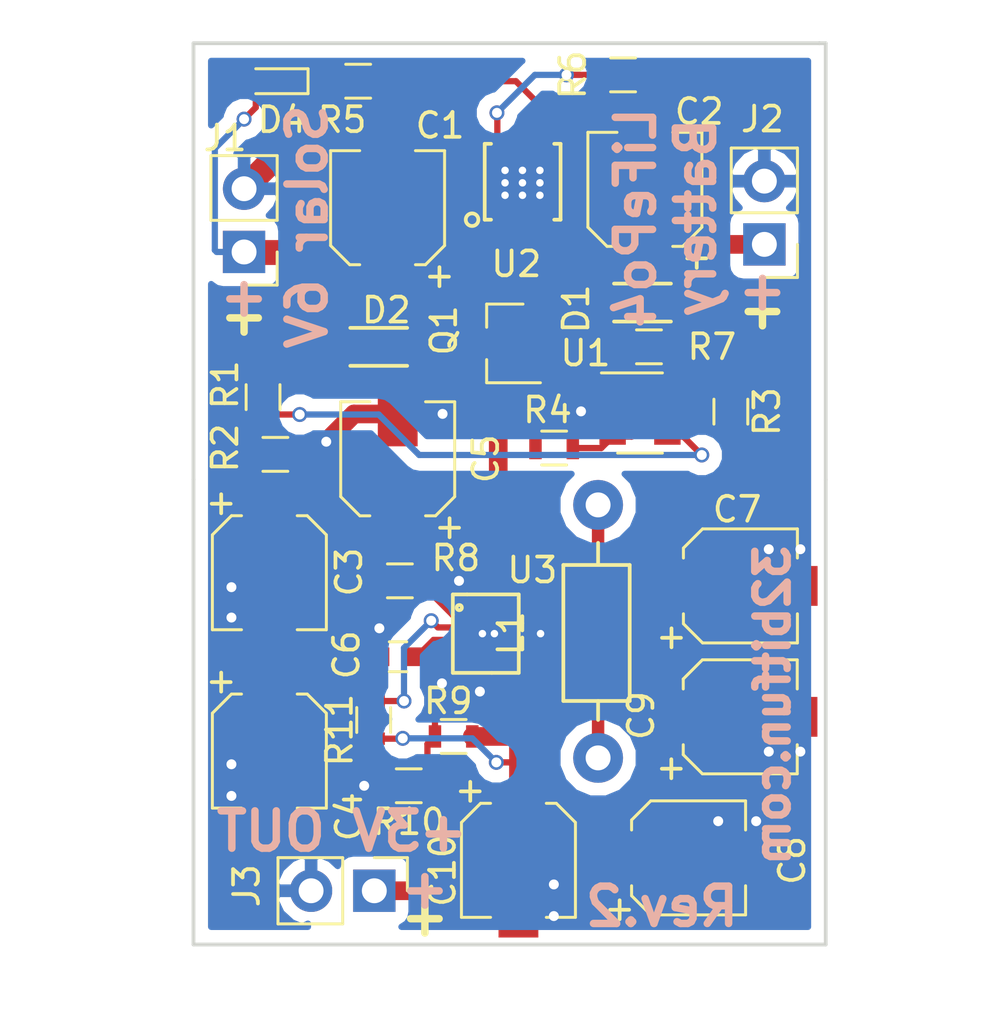
<source format=kicad_pcb>
(kicad_pcb (version 4) (host pcbnew 4.0.7-e2-6376~58~ubuntu16.04.1)

  (general
    (links 72)
    (no_connects 0)
    (area 88.824999 111.430999 114.375001 147.776001)
    (thickness 1.6)
    (drawings 20)
    (tracks 262)
    (zones 0)
    (modules 32)
    (nets 21)
  )

  (page A4)
  (layers
    (0 F.Cu signal)
    (31 B.Cu signal)
    (32 B.Adhes user)
    (33 F.Adhes user)
    (34 B.Paste user)
    (35 F.Paste user)
    (36 B.SilkS user)
    (37 F.SilkS user)
    (38 B.Mask user)
    (39 F.Mask user)
    (40 Dwgs.User user)
    (41 Cmts.User user)
    (42 Eco1.User user)
    (43 Eco2.User user)
    (44 Edge.Cuts user)
    (45 Margin user)
    (46 B.CrtYd user)
    (47 F.CrtYd user)
    (48 B.Fab user)
    (49 F.Fab user)
  )

  (setup
    (last_trace_width 0.16)
    (user_trace_width 0.25)
    (user_trace_width 0.5)
    (user_trace_width 0.75)
    (user_trace_width 1)
    (user_trace_width 2)
    (trace_clearance 0.16)
    (zone_clearance 0.508)
    (zone_45_only no)
    (trace_min 0.16)
    (segment_width 0.2)
    (edge_width 0.15)
    (via_size 0.6)
    (via_drill 0.4)
    (via_min_size 0.4)
    (via_min_drill 0.3)
    (uvia_size 0.3)
    (uvia_drill 0.1)
    (uvias_allowed no)
    (uvia_min_size 0.2)
    (uvia_min_drill 0.1)
    (pcb_text_width 0.3)
    (pcb_text_size 1.5 1.5)
    (mod_edge_width 0.15)
    (mod_text_size 1 1)
    (mod_text_width 0.15)
    (pad_size 1.524 1.524)
    (pad_drill 0.762)
    (pad_to_mask_clearance 0.2)
    (aux_axis_origin 0 0)
    (visible_elements FFFFFF7F)
    (pcbplotparams
      (layerselection 0x00030_80000001)
      (usegerberextensions false)
      (excludeedgelayer true)
      (linewidth 0.100000)
      (plotframeref false)
      (viasonmask false)
      (mode 1)
      (useauxorigin false)
      (hpglpennumber 1)
      (hpglpenspeed 20)
      (hpglpendiameter 15)
      (hpglpenoverlay 2)
      (psnegative false)
      (psa4output false)
      (plotreference true)
      (plotvalue true)
      (plotinvisibletext false)
      (padsonsilk false)
      (subtractmaskfromsilk false)
      (outputformat 1)
      (mirror false)
      (drillshape 1)
      (scaleselection 1)
      (outputdirectory ""))
  )

  (net 0 "")
  (net 1 VDD)
  (net 2 "Net-(D4-Pad1)")
  (net 3 GND)
  (net 4 VBAT)
  (net 5 "Net-(Q1-Pad1)")
  (net 6 "Net-(D1-Pad1)")
  (net 7 /loadsharing/VSHARED)
  (net 8 /loadsharing/HALF_VDD)
  (net 9 /loadsharing/HALF_VBAT)
  (net 10 "Net-(R5-Pad2)")
  (net 11 "Net-(R6-Pad2)")
  (net 12 "Net-(U2-Pad6)")
  (net 13 "Net-(U2-Pad5)")
  (net 14 "Net-(C6-Pad1)")
  (net 15 /voltageregulator/BUCKBOOST)
  (net 16 "Net-(L1-Pad1)")
  (net 17 "Net-(L1-Pad2)")
  (net 18 "Net-(R8-Pad2)")
  (net 19 "Net-(R10-Pad1)")
  (net 20 "Net-(R11-Pad2)")

  (net_class Default "This is the default net class."
    (clearance 0.16)
    (trace_width 0.16)
    (via_dia 0.6)
    (via_drill 0.4)
    (uvia_dia 0.3)
    (uvia_drill 0.1)
    (add_net /loadsharing/HALF_VBAT)
    (add_net /loadsharing/HALF_VDD)
    (add_net /loadsharing/VSHARED)
    (add_net /voltageregulator/BUCKBOOST)
    (add_net GND)
    (add_net "Net-(C6-Pad1)")
    (add_net "Net-(D1-Pad1)")
    (add_net "Net-(D4-Pad1)")
    (add_net "Net-(L1-Pad1)")
    (add_net "Net-(L1-Pad2)")
    (add_net "Net-(Q1-Pad1)")
    (add_net "Net-(R10-Pad1)")
    (add_net "Net-(R11-Pad2)")
    (add_net "Net-(R5-Pad2)")
    (add_net "Net-(R6-Pad2)")
    (add_net "Net-(R8-Pad2)")
    (add_net "Net-(U2-Pad5)")
    (add_net "Net-(U2-Pad6)")
    (add_net VBAT)
    (add_net VDD)
  )

  (module LEDs:LED_0603 (layer F.Cu) (tedit 57FE93A5) (tstamp 5A1BAC48)
    (at 92.202 113.03 180)
    (descr "LED 0603 smd package")
    (tags "LED led 0603 SMD smd SMT smt smdled SMDLED smtled SMTLED")
    (path /5A1BA42D/5A1BB234)
    (attr smd)
    (fp_text reference D4 (at -0.254 -1.5494 180) (layer F.SilkS)
      (effects (font (size 1 1) (thickness 0.15)))
    )
    (fp_text value LED (at 4.191 -0.254 450) (layer F.Fab)
      (effects (font (size 1 1) (thickness 0.15)))
    )
    (fp_line (start -1.3 -0.5) (end -1.3 0.5) (layer F.SilkS) (width 0.12))
    (fp_line (start -0.2 -0.2) (end -0.2 0.2) (layer F.Fab) (width 0.1))
    (fp_line (start -0.15 0) (end 0.15 -0.2) (layer F.Fab) (width 0.1))
    (fp_line (start 0.15 0.2) (end -0.15 0) (layer F.Fab) (width 0.1))
    (fp_line (start 0.15 -0.2) (end 0.15 0.2) (layer F.Fab) (width 0.1))
    (fp_line (start 0.8 0.4) (end -0.8 0.4) (layer F.Fab) (width 0.1))
    (fp_line (start 0.8 -0.4) (end 0.8 0.4) (layer F.Fab) (width 0.1))
    (fp_line (start -0.8 -0.4) (end 0.8 -0.4) (layer F.Fab) (width 0.1))
    (fp_line (start -0.8 0.4) (end -0.8 -0.4) (layer F.Fab) (width 0.1))
    (fp_line (start -1.3 0.5) (end 0.8 0.5) (layer F.SilkS) (width 0.12))
    (fp_line (start -1.3 -0.5) (end 0.8 -0.5) (layer F.SilkS) (width 0.12))
    (fp_line (start 1.45 -0.65) (end 1.45 0.65) (layer F.CrtYd) (width 0.05))
    (fp_line (start 1.45 0.65) (end -1.45 0.65) (layer F.CrtYd) (width 0.05))
    (fp_line (start -1.45 0.65) (end -1.45 -0.65) (layer F.CrtYd) (width 0.05))
    (fp_line (start -1.45 -0.65) (end 1.45 -0.65) (layer F.CrtYd) (width 0.05))
    (pad 2 smd rect (at 0.8 0) (size 0.8 0.8) (layers F.Cu F.Paste F.Mask)
      (net 1 VDD))
    (pad 1 smd rect (at -0.8 0) (size 0.8 0.8) (layers F.Cu F.Paste F.Mask)
      (net 2 "Net-(D4-Pad1)"))
    (model ${KISYS3DMOD}/LEDs.3dshapes/LED_0603.wrl
      (at (xyz 0 0 0))
      (scale (xyz 1 1 1))
      (rotate (xyz 0 0 180))
    )
  )

  (module Pin_Headers:Pin_Header_Straight_1x02_Pitch2.54mm (layer F.Cu) (tedit 59650532) (tstamp 5A1BAC4E)
    (at 90.932 119.888 180)
    (descr "Through hole straight pin header, 1x02, 2.54mm pitch, single row")
    (tags "Through hole pin header THT 1x02 2.54mm single row")
    (path /5A1BA42D/5A1BB23A)
    (fp_text reference J1 (at 0.762 4.572 360) (layer F.SilkS)
      (effects (font (size 1 1) (thickness 0.15)))
    )
    (fp_text value SolarPanel (at -2.8194 9.271 180) (layer F.Fab)
      (effects (font (size 1 1) (thickness 0.15)))
    )
    (fp_line (start -0.635 -1.27) (end 1.27 -1.27) (layer F.Fab) (width 0.1))
    (fp_line (start 1.27 -1.27) (end 1.27 3.81) (layer F.Fab) (width 0.1))
    (fp_line (start 1.27 3.81) (end -1.27 3.81) (layer F.Fab) (width 0.1))
    (fp_line (start -1.27 3.81) (end -1.27 -0.635) (layer F.Fab) (width 0.1))
    (fp_line (start -1.27 -0.635) (end -0.635 -1.27) (layer F.Fab) (width 0.1))
    (fp_line (start -1.33 3.87) (end 1.33 3.87) (layer F.SilkS) (width 0.12))
    (fp_line (start -1.33 1.27) (end -1.33 3.87) (layer F.SilkS) (width 0.12))
    (fp_line (start 1.33 1.27) (end 1.33 3.87) (layer F.SilkS) (width 0.12))
    (fp_line (start -1.33 1.27) (end 1.33 1.27) (layer F.SilkS) (width 0.12))
    (fp_line (start -1.33 0) (end -1.33 -1.33) (layer F.SilkS) (width 0.12))
    (fp_line (start -1.33 -1.33) (end 0 -1.33) (layer F.SilkS) (width 0.12))
    (fp_line (start -1.8 -1.8) (end -1.8 4.35) (layer F.CrtYd) (width 0.05))
    (fp_line (start -1.8 4.35) (end 1.8 4.35) (layer F.CrtYd) (width 0.05))
    (fp_line (start 1.8 4.35) (end 1.8 -1.8) (layer F.CrtYd) (width 0.05))
    (fp_line (start 1.8 -1.8) (end -1.8 -1.8) (layer F.CrtYd) (width 0.05))
    (fp_text user %R (at 0 1.27 270) (layer F.Fab)
      (effects (font (size 1 1) (thickness 0.15)))
    )
    (pad 1 thru_hole rect (at 0 0 180) (size 1.7 1.7) (drill 1) (layers *.Cu *.Mask)
      (net 1 VDD))
    (pad 2 thru_hole oval (at 0 2.54 180) (size 1.7 1.7) (drill 1) (layers *.Cu *.Mask)
      (net 3 GND))
    (model ${KISYS3DMOD}/Pin_Headers.3dshapes/Pin_Header_Straight_1x02_Pitch2.54mm.wrl
      (at (xyz 0 0 0))
      (scale (xyz 1 1 1))
      (rotate (xyz 0 0 0))
    )
  )

  (module Pin_Headers:Pin_Header_Straight_1x02_Pitch2.54mm (layer F.Cu) (tedit 5A1BBD33) (tstamp 5A1BAC54)
    (at 111.8362 119.5832 180)
    (descr "Through hole straight pin header, 1x02, 2.54mm pitch, single row")
    (tags "Through hole pin header THT 1x02 2.54mm single row")
    (path /5A1BA42D/5A1BB239)
    (fp_text reference J2 (at 0.0762 5.0292 180) (layer F.SilkS)
      (effects (font (size 1 1) (thickness 0.15)))
    )
    (fp_text value "LiFePo4 Battery" (at -3.048 5.334 180) (layer F.Fab) hide
      (effects (font (size 1 1) (thickness 0.15)))
    )
    (fp_line (start -0.635 -1.27) (end 1.27 -1.27) (layer F.Fab) (width 0.1))
    (fp_line (start 1.27 -1.27) (end 1.27 3.81) (layer F.Fab) (width 0.1))
    (fp_line (start 1.27 3.81) (end -1.27 3.81) (layer F.Fab) (width 0.1))
    (fp_line (start -1.27 3.81) (end -1.27 -0.635) (layer F.Fab) (width 0.1))
    (fp_line (start -1.27 -0.635) (end -0.635 -1.27) (layer F.Fab) (width 0.1))
    (fp_line (start -1.33 3.87) (end 1.33 3.87) (layer F.SilkS) (width 0.12))
    (fp_line (start -1.33 1.27) (end -1.33 3.87) (layer F.SilkS) (width 0.12))
    (fp_line (start 1.33 1.27) (end 1.33 3.87) (layer F.SilkS) (width 0.12))
    (fp_line (start -1.33 1.27) (end 1.33 1.27) (layer F.SilkS) (width 0.12))
    (fp_line (start -1.33 0) (end -1.33 -1.33) (layer F.SilkS) (width 0.12))
    (fp_line (start -1.33 -1.33) (end 0 -1.33) (layer F.SilkS) (width 0.12))
    (fp_line (start -1.8 -1.8) (end -1.8 4.35) (layer F.CrtYd) (width 0.05))
    (fp_line (start -1.8 4.35) (end 1.8 4.35) (layer F.CrtYd) (width 0.05))
    (fp_line (start 1.8 4.35) (end 1.8 -1.8) (layer F.CrtYd) (width 0.05))
    (fp_line (start 1.8 -1.8) (end -1.8 -1.8) (layer F.CrtYd) (width 0.05))
    (fp_text user %R (at 0 1.27 270) (layer F.Fab)
      (effects (font (size 1 1) (thickness 0.15)))
    )
    (pad 1 thru_hole rect (at 0 0 180) (size 1.7 1.7) (drill 1) (layers *.Cu *.Mask)
      (net 4 VBAT))
    (pad 2 thru_hole oval (at 0 2.54 180) (size 1.7 1.7) (drill 1) (layers *.Cu *.Mask)
      (net 3 GND))
    (model ${KISYS3DMOD}/Pin_Headers.3dshapes/Pin_Header_Straight_1x02_Pitch2.54mm.wrl
      (at (xyz 0 0 0))
      (scale (xyz 1 1 1))
      (rotate (xyz 0 0 0))
    )
  )

  (module TO_SOT_Packages_SMD:SOT-23 (layer F.Cu) (tedit 5A1BBF15) (tstamp 5A1BAC5B)
    (at 101.4382 123.5608 180)
    (descr "SOT-23, Standard")
    (tags SOT-23)
    (path /5A1BE5B5/5A1BE6E3)
    (attr smd)
    (fp_text reference Q1 (at 2.4798 0.5232 270) (layer F.SilkS)
      (effects (font (size 1 1) (thickness 0.15)))
    )
    (fp_text value DMP1045U7 (at -1.3048 2.5 180) (layer F.Fab) hide
      (effects (font (size 1 1) (thickness 0.15)))
    )
    (fp_text user %R (at 0 0 270) (layer F.Fab)
      (effects (font (size 0.5 0.5) (thickness 0.075)))
    )
    (fp_line (start -0.7 -0.95) (end -0.7 1.5) (layer F.Fab) (width 0.1))
    (fp_line (start -0.15 -1.52) (end 0.7 -1.52) (layer F.Fab) (width 0.1))
    (fp_line (start -0.7 -0.95) (end -0.15 -1.52) (layer F.Fab) (width 0.1))
    (fp_line (start 0.7 -1.52) (end 0.7 1.52) (layer F.Fab) (width 0.1))
    (fp_line (start -0.7 1.52) (end 0.7 1.52) (layer F.Fab) (width 0.1))
    (fp_line (start 0.76 1.58) (end 0.76 0.65) (layer F.SilkS) (width 0.12))
    (fp_line (start 0.76 -1.58) (end 0.76 -0.65) (layer F.SilkS) (width 0.12))
    (fp_line (start -1.7 -1.75) (end 1.7 -1.75) (layer F.CrtYd) (width 0.05))
    (fp_line (start 1.7 -1.75) (end 1.7 1.75) (layer F.CrtYd) (width 0.05))
    (fp_line (start 1.7 1.75) (end -1.7 1.75) (layer F.CrtYd) (width 0.05))
    (fp_line (start -1.7 1.75) (end -1.7 -1.75) (layer F.CrtYd) (width 0.05))
    (fp_line (start 0.76 -1.58) (end -1.4 -1.58) (layer F.SilkS) (width 0.12))
    (fp_line (start 0.76 1.58) (end -0.7 1.58) (layer F.SilkS) (width 0.12))
    (pad 1 smd rect (at -1 -0.95 180) (size 0.9 0.8) (layers F.Cu F.Paste F.Mask)
      (net 5 "Net-(Q1-Pad1)"))
    (pad 2 smd rect (at -1 0.95 180) (size 0.9 0.8) (layers F.Cu F.Paste F.Mask)
      (net 6 "Net-(D1-Pad1)"))
    (pad 3 smd rect (at 1 0 180) (size 0.9 0.8) (layers F.Cu F.Paste F.Mask)
      (net 7 /loadsharing/VSHARED))
    (model ${KISYS3DMOD}/TO_SOT_Packages_SMD.3dshapes/SOT-23.wrl
      (at (xyz 0 0 0))
      (scale (xyz 1 1 1))
      (rotate (xyz 0 0 0))
    )
  )

  (module Resistors_SMD:R_0603 (layer F.Cu) (tedit 58E0A804) (tstamp 5A1BAC61)
    (at 91.694 125.718 270)
    (descr "Resistor SMD 0603, reflow soldering, Vishay (see dcrcw.pdf)")
    (tags "resistor 0603")
    (path /5A1BE5B5/5A1BE6E7)
    (attr smd)
    (fp_text reference R1 (at -0.496 1.524 450) (layer F.SilkS)
      (effects (font (size 1 1) (thickness 0.15)))
    )
    (fp_text value 100K (at -0.0134 3.6576 270) (layer F.Fab)
      (effects (font (size 1 1) (thickness 0.15)))
    )
    (fp_text user %R (at 0 0 270) (layer F.Fab)
      (effects (font (size 0.4 0.4) (thickness 0.075)))
    )
    (fp_line (start -0.8 0.4) (end -0.8 -0.4) (layer F.Fab) (width 0.1))
    (fp_line (start 0.8 0.4) (end -0.8 0.4) (layer F.Fab) (width 0.1))
    (fp_line (start 0.8 -0.4) (end 0.8 0.4) (layer F.Fab) (width 0.1))
    (fp_line (start -0.8 -0.4) (end 0.8 -0.4) (layer F.Fab) (width 0.1))
    (fp_line (start 0.5 0.68) (end -0.5 0.68) (layer F.SilkS) (width 0.12))
    (fp_line (start -0.5 -0.68) (end 0.5 -0.68) (layer F.SilkS) (width 0.12))
    (fp_line (start -1.25 -0.7) (end 1.25 -0.7) (layer F.CrtYd) (width 0.05))
    (fp_line (start -1.25 -0.7) (end -1.25 0.7) (layer F.CrtYd) (width 0.05))
    (fp_line (start 1.25 0.7) (end 1.25 -0.7) (layer F.CrtYd) (width 0.05))
    (fp_line (start 1.25 0.7) (end -1.25 0.7) (layer F.CrtYd) (width 0.05))
    (pad 1 smd rect (at -0.75 0 270) (size 0.5 0.9) (layers F.Cu F.Paste F.Mask)
      (net 1 VDD))
    (pad 2 smd rect (at 0.75 0 270) (size 0.5 0.9) (layers F.Cu F.Paste F.Mask)
      (net 8 /loadsharing/HALF_VDD))
    (model ${KISYS3DMOD}/Resistors_SMD.3dshapes/R_0603.wrl
      (at (xyz 0 0 0))
      (scale (xyz 1 1 1))
      (rotate (xyz 0 0 0))
    )
  )

  (module Resistors_SMD:R_0603 (layer F.Cu) (tedit 58E0A804) (tstamp 5A1BAC67)
    (at 92.19 128.016)
    (descr "Resistor SMD 0603, reflow soldering, Vishay (see dcrcw.pdf)")
    (tags "resistor 0603")
    (path /5A1BE5B5/5A1BE6E8)
    (attr smd)
    (fp_text reference R2 (at -2.02 -0.254 90) (layer F.SilkS)
      (effects (font (size 1 1) (thickness 0.15)))
    )
    (fp_text value 100K (at -5.7792 1.3208) (layer F.Fab)
      (effects (font (size 1 1) (thickness 0.15)))
    )
    (fp_text user %R (at 0 0) (layer F.Fab)
      (effects (font (size 0.4 0.4) (thickness 0.075)))
    )
    (fp_line (start -0.8 0.4) (end -0.8 -0.4) (layer F.Fab) (width 0.1))
    (fp_line (start 0.8 0.4) (end -0.8 0.4) (layer F.Fab) (width 0.1))
    (fp_line (start 0.8 -0.4) (end 0.8 0.4) (layer F.Fab) (width 0.1))
    (fp_line (start -0.8 -0.4) (end 0.8 -0.4) (layer F.Fab) (width 0.1))
    (fp_line (start 0.5 0.68) (end -0.5 0.68) (layer F.SilkS) (width 0.12))
    (fp_line (start -0.5 -0.68) (end 0.5 -0.68) (layer F.SilkS) (width 0.12))
    (fp_line (start -1.25 -0.7) (end 1.25 -0.7) (layer F.CrtYd) (width 0.05))
    (fp_line (start -1.25 -0.7) (end -1.25 0.7) (layer F.CrtYd) (width 0.05))
    (fp_line (start 1.25 0.7) (end 1.25 -0.7) (layer F.CrtYd) (width 0.05))
    (fp_line (start 1.25 0.7) (end -1.25 0.7) (layer F.CrtYd) (width 0.05))
    (pad 1 smd rect (at -0.75 0) (size 0.5 0.9) (layers F.Cu F.Paste F.Mask)
      (net 8 /loadsharing/HALF_VDD))
    (pad 2 smd rect (at 0.75 0) (size 0.5 0.9) (layers F.Cu F.Paste F.Mask)
      (net 3 GND))
    (model ${KISYS3DMOD}/Resistors_SMD.3dshapes/R_0603.wrl
      (at (xyz 0 0 0))
      (scale (xyz 1 1 1))
      (rotate (xyz 0 0 0))
    )
  )

  (module Resistors_SMD:R_0603 (layer F.Cu) (tedit 58E0A804) (tstamp 5A1BAC6D)
    (at 110.49 126.3008 270)
    (descr "Resistor SMD 0603, reflow soldering, Vishay (see dcrcw.pdf)")
    (tags "resistor 0603")
    (path /5A1BE5B5/5A1BE6E9)
    (attr smd)
    (fp_text reference R3 (at 0 -1.45 270) (layer F.SilkS)
      (effects (font (size 1 1) (thickness 0.15)))
    )
    (fp_text value 100K (at -2.5774 -6.0198 360) (layer F.Fab)
      (effects (font (size 1 1) (thickness 0.15)))
    )
    (fp_text user %R (at 0 0 270) (layer F.Fab)
      (effects (font (size 0.4 0.4) (thickness 0.075)))
    )
    (fp_line (start -0.8 0.4) (end -0.8 -0.4) (layer F.Fab) (width 0.1))
    (fp_line (start 0.8 0.4) (end -0.8 0.4) (layer F.Fab) (width 0.1))
    (fp_line (start 0.8 -0.4) (end 0.8 0.4) (layer F.Fab) (width 0.1))
    (fp_line (start -0.8 -0.4) (end 0.8 -0.4) (layer F.Fab) (width 0.1))
    (fp_line (start 0.5 0.68) (end -0.5 0.68) (layer F.SilkS) (width 0.12))
    (fp_line (start -0.5 -0.68) (end 0.5 -0.68) (layer F.SilkS) (width 0.12))
    (fp_line (start -1.25 -0.7) (end 1.25 -0.7) (layer F.CrtYd) (width 0.05))
    (fp_line (start -1.25 -0.7) (end -1.25 0.7) (layer F.CrtYd) (width 0.05))
    (fp_line (start 1.25 0.7) (end 1.25 -0.7) (layer F.CrtYd) (width 0.05))
    (fp_line (start 1.25 0.7) (end -1.25 0.7) (layer F.CrtYd) (width 0.05))
    (pad 1 smd rect (at -0.75 0 270) (size 0.5 0.9) (layers F.Cu F.Paste F.Mask)
      (net 4 VBAT))
    (pad 2 smd rect (at 0.75 0 270) (size 0.5 0.9) (layers F.Cu F.Paste F.Mask)
      (net 9 /loadsharing/HALF_VBAT))
    (model ${KISYS3DMOD}/Resistors_SMD.3dshapes/R_0603.wrl
      (at (xyz 0 0 0))
      (scale (xyz 1 1 1))
      (rotate (xyz 0 0 0))
    )
  )

  (module Resistors_SMD:R_0603 (layer F.Cu) (tedit 58E0A804) (tstamp 5A1BAC73)
    (at 103.39 127.762 180)
    (descr "Resistor SMD 0603, reflow soldering, Vishay (see dcrcw.pdf)")
    (tags "resistor 0603")
    (path /5A1BE5B5/5A1BE6EA)
    (attr smd)
    (fp_text reference R4 (at 0.266 1.524 360) (layer F.SilkS)
      (effects (font (size 1 1) (thickness 0.15)))
    )
    (fp_text value 100K (at -13.1198 2.54 180) (layer F.Fab)
      (effects (font (size 1 1) (thickness 0.15)))
    )
    (fp_text user %R (at 0 0 180) (layer F.Fab)
      (effects (font (size 0.4 0.4) (thickness 0.075)))
    )
    (fp_line (start -0.8 0.4) (end -0.8 -0.4) (layer F.Fab) (width 0.1))
    (fp_line (start 0.8 0.4) (end -0.8 0.4) (layer F.Fab) (width 0.1))
    (fp_line (start 0.8 -0.4) (end 0.8 0.4) (layer F.Fab) (width 0.1))
    (fp_line (start -0.8 -0.4) (end 0.8 -0.4) (layer F.Fab) (width 0.1))
    (fp_line (start 0.5 0.68) (end -0.5 0.68) (layer F.SilkS) (width 0.12))
    (fp_line (start -0.5 -0.68) (end 0.5 -0.68) (layer F.SilkS) (width 0.12))
    (fp_line (start -1.25 -0.7) (end 1.25 -0.7) (layer F.CrtYd) (width 0.05))
    (fp_line (start -1.25 -0.7) (end -1.25 0.7) (layer F.CrtYd) (width 0.05))
    (fp_line (start 1.25 0.7) (end 1.25 -0.7) (layer F.CrtYd) (width 0.05))
    (fp_line (start 1.25 0.7) (end -1.25 0.7) (layer F.CrtYd) (width 0.05))
    (pad 1 smd rect (at -0.75 0 180) (size 0.5 0.9) (layers F.Cu F.Paste F.Mask)
      (net 9 /loadsharing/HALF_VBAT))
    (pad 2 smd rect (at 0.75 0 180) (size 0.5 0.9) (layers F.Cu F.Paste F.Mask)
      (net 3 GND))
    (model ${KISYS3DMOD}/Resistors_SMD.3dshapes/R_0603.wrl
      (at (xyz 0 0 0))
      (scale (xyz 1 1 1))
      (rotate (xyz 0 0 0))
    )
  )

  (module Resistors_SMD:R_0603 (layer F.Cu) (tedit 58E0A804) (tstamp 5A1BAC79)
    (at 95.516 113.03)
    (descr "Resistor SMD 0603, reflow soldering, Vishay (see dcrcw.pdf)")
    (tags "resistor 0603")
    (path /5A1BA42D/5A1BB235)
    (attr smd)
    (fp_text reference R5 (at -0.647 1.5494) (layer F.SilkS)
      (effects (font (size 1 1) (thickness 0.15)))
    )
    (fp_text value 1K (at 2.0962 0.1524 90) (layer F.Fab)
      (effects (font (size 1 1) (thickness 0.15)))
    )
    (fp_text user %R (at 1.5882 0.0508 90) (layer F.Fab)
      (effects (font (size 0.4 0.4) (thickness 0.075)))
    )
    (fp_line (start -0.8 0.4) (end -0.8 -0.4) (layer F.Fab) (width 0.1))
    (fp_line (start 0.8 0.4) (end -0.8 0.4) (layer F.Fab) (width 0.1))
    (fp_line (start 0.8 -0.4) (end 0.8 0.4) (layer F.Fab) (width 0.1))
    (fp_line (start -0.8 -0.4) (end 0.8 -0.4) (layer F.Fab) (width 0.1))
    (fp_line (start 0.5 0.68) (end -0.5 0.68) (layer F.SilkS) (width 0.12))
    (fp_line (start -0.5 -0.68) (end 0.5 -0.68) (layer F.SilkS) (width 0.12))
    (fp_line (start -1.25 -0.7) (end 1.25 -0.7) (layer F.CrtYd) (width 0.05))
    (fp_line (start -1.25 -0.7) (end -1.25 0.7) (layer F.CrtYd) (width 0.05))
    (fp_line (start 1.25 0.7) (end 1.25 -0.7) (layer F.CrtYd) (width 0.05))
    (fp_line (start 1.25 0.7) (end -1.25 0.7) (layer F.CrtYd) (width 0.05))
    (pad 1 smd rect (at -0.75 0) (size 0.5 0.9) (layers F.Cu F.Paste F.Mask)
      (net 2 "Net-(D4-Pad1)"))
    (pad 2 smd rect (at 0.75 0) (size 0.5 0.9) (layers F.Cu F.Paste F.Mask)
      (net 10 "Net-(R5-Pad2)"))
    (model ${KISYS3DMOD}/Resistors_SMD.3dshapes/R_0603.wrl
      (at (xyz 0 0 0))
      (scale (xyz 1 1 1))
      (rotate (xyz 0 0 0))
    )
  )

  (module Resistors_SMD:R_0603 (layer F.Cu) (tedit 58E0A804) (tstamp 5A1BAC7F)
    (at 106.16 112.776 180)
    (descr "Resistor SMD 0603, reflow soldering, Vishay (see dcrcw.pdf)")
    (tags "resistor 0603")
    (path /5A1BA42D/5A1BB236)
    (attr smd)
    (fp_text reference R6 (at 2.02 0 270) (layer F.SilkS)
      (effects (font (size 1 1) (thickness 0.15)))
    )
    (fp_text value 1.15K (at -4.4824 2.0574 180) (layer F.Fab)
      (effects (font (size 1 1) (thickness 0.15)))
    )
    (fp_text user %R (at 0 0 180) (layer F.Fab)
      (effects (font (size 0.4 0.4) (thickness 0.075)))
    )
    (fp_line (start -0.8 0.4) (end -0.8 -0.4) (layer F.Fab) (width 0.1))
    (fp_line (start 0.8 0.4) (end -0.8 0.4) (layer F.Fab) (width 0.1))
    (fp_line (start 0.8 -0.4) (end 0.8 0.4) (layer F.Fab) (width 0.1))
    (fp_line (start -0.8 -0.4) (end 0.8 -0.4) (layer F.Fab) (width 0.1))
    (fp_line (start 0.5 0.68) (end -0.5 0.68) (layer F.SilkS) (width 0.12))
    (fp_line (start -0.5 -0.68) (end 0.5 -0.68) (layer F.SilkS) (width 0.12))
    (fp_line (start -1.25 -0.7) (end 1.25 -0.7) (layer F.CrtYd) (width 0.05))
    (fp_line (start -1.25 -0.7) (end -1.25 0.7) (layer F.CrtYd) (width 0.05))
    (fp_line (start 1.25 0.7) (end 1.25 -0.7) (layer F.CrtYd) (width 0.05))
    (fp_line (start 1.25 0.7) (end -1.25 0.7) (layer F.CrtYd) (width 0.05))
    (pad 1 smd rect (at -0.75 0 180) (size 0.5 0.9) (layers F.Cu F.Paste F.Mask)
      (net 3 GND))
    (pad 2 smd rect (at 0.75 0 180) (size 0.5 0.9) (layers F.Cu F.Paste F.Mask)
      (net 11 "Net-(R6-Pad2)"))
    (model ${KISYS3DMOD}/Resistors_SMD.3dshapes/R_0603.wrl
      (at (xyz 0 0 0))
      (scale (xyz 1 1 1))
      (rotate (xyz 0 0 0))
    )
  )

  (module TO_SOT_Packages_SMD:SOT-23-5 (layer F.Cu) (tedit 58CE4E7E) (tstamp 5A1BAC88)
    (at 106.8402 126.3548)
    (descr "5-pin SOT23 package")
    (tags SOT-23-5)
    (path /5A1BE5B5/5A1BE6E4)
    (attr smd)
    (fp_text reference U1 (at -2.1922 -2.4028) (layer F.SilkS)
      (effects (font (size 1 1) (thickness 0.15)))
    )
    (fp_text value TS391ILT (at 11.1174 0.5436) (layer F.Fab)
      (effects (font (size 1 1) (thickness 0.15)))
    )
    (fp_text user %R (at 0 0 90) (layer F.Fab)
      (effects (font (size 0.5 0.5) (thickness 0.075)))
    )
    (fp_line (start -0.9 1.61) (end 0.9 1.61) (layer F.SilkS) (width 0.12))
    (fp_line (start 0.9 -1.61) (end -1.55 -1.61) (layer F.SilkS) (width 0.12))
    (fp_line (start -1.9 -1.8) (end 1.9 -1.8) (layer F.CrtYd) (width 0.05))
    (fp_line (start 1.9 -1.8) (end 1.9 1.8) (layer F.CrtYd) (width 0.05))
    (fp_line (start 1.9 1.8) (end -1.9 1.8) (layer F.CrtYd) (width 0.05))
    (fp_line (start -1.9 1.8) (end -1.9 -1.8) (layer F.CrtYd) (width 0.05))
    (fp_line (start -0.9 -0.9) (end -0.25 -1.55) (layer F.Fab) (width 0.1))
    (fp_line (start 0.9 -1.55) (end -0.25 -1.55) (layer F.Fab) (width 0.1))
    (fp_line (start -0.9 -0.9) (end -0.9 1.55) (layer F.Fab) (width 0.1))
    (fp_line (start 0.9 1.55) (end -0.9 1.55) (layer F.Fab) (width 0.1))
    (fp_line (start 0.9 -1.55) (end 0.9 1.55) (layer F.Fab) (width 0.1))
    (pad 1 smd rect (at -1.1 -0.95) (size 1.06 0.65) (layers F.Cu F.Paste F.Mask)
      (net 5 "Net-(Q1-Pad1)"))
    (pad 2 smd rect (at -1.1 0) (size 1.06 0.65) (layers F.Cu F.Paste F.Mask)
      (net 3 GND))
    (pad 3 smd rect (at -1.1 0.95) (size 1.06 0.65) (layers F.Cu F.Paste F.Mask)
      (net 9 /loadsharing/HALF_VBAT))
    (pad 4 smd rect (at 1.1 0.95) (size 1.06 0.65) (layers F.Cu F.Paste F.Mask)
      (net 8 /loadsharing/HALF_VDD))
    (pad 5 smd rect (at 1.1 -0.95) (size 1.06 0.65) (layers F.Cu F.Paste F.Mask)
      (net 4 VBAT))
    (model ${KISYS3DMOD}/TO_SOT_Packages_SMD.3dshapes/SOT-23-5.wrl
      (at (xyz 0 0 0))
      (scale (xyz 1 1 1))
      (rotate (xyz 0 0 0))
    )
  )

  (module dics-exotic-footprints:DFN10-3x3x0.9-MF (layer F.Cu) (tedit 5A1BAA89) (tstamp 5A1BAC9E)
    (at 101.108 115.544)
    (path /5A1BA42D/5A1BB231)
    (fp_text reference U2 (at 0.762 4.826) (layer F.SilkS)
      (effects (font (size 1 1) (thickness 0.15)))
    )
    (fp_text value MCP73x23 (at 0.8984 -4.8) (layer F.Fab)
      (effects (font (size 1 1) (thickness 0.15)))
    )
    (fp_line (start -0.508 0) (end -0.254 0) (layer F.SilkS) (width 0.15))
    (fp_line (start 2.54 0) (end 2.286 0) (layer F.SilkS) (width 0.15))
    (fp_line (start 2.54 3.048) (end 2.286 3.048) (layer F.SilkS) (width 0.15))
    (fp_line (start -0.508 3.048) (end -0.254 3.048) (layer F.SilkS) (width 0.15))
    (fp_circle (center -1.016 3.048) (end -1.016 3.302) (layer F.SilkS) (width 0.15))
    (fp_line (start 2.54 0) (end 2.54 3.048) (layer F.SilkS) (width 0.15))
    (fp_line (start -0.508 0) (end -0.508 3.048) (layer F.SilkS) (width 0.15))
    (pad 10 smd rect (at 0 0) (size 0.28 0.63) (layers F.Cu F.Paste F.Mask)
      (net 11 "Net-(R6-Pad2)"))
    (pad 9 smd rect (at 0.5 0) (size 0.28 0.63) (layers F.Cu F.Paste F.Mask)
      (net 3 GND))
    (pad 8 smd rect (at 1 0) (size 0.28 0.63) (layers F.Cu F.Paste F.Mask)
      (net 3 GND))
    (pad 7 smd rect (at 1.5 0) (size 0.28 0.63) (layers F.Cu F.Paste F.Mask)
      (net 10 "Net-(R5-Pad2)"))
    (pad 6 smd rect (at 2 0) (size 0.28 0.63) (layers F.Cu F.Paste F.Mask)
      (net 12 "Net-(U2-Pad6)"))
    (pad 5 smd rect (at 2 3.1) (size 0.28 0.63) (layers F.Cu F.Paste F.Mask)
      (net 13 "Net-(U2-Pad5)"))
    (pad 4 smd rect (at 1.5 3.1) (size 0.28 0.63) (layers F.Cu F.Paste F.Mask)
      (net 4 VBAT))
    (pad 3 smd rect (at 1 3.1) (size 0.28 0.63) (layers F.Cu F.Paste F.Mask)
      (net 4 VBAT))
    (pad 2 smd rect (at 0.5 3.1) (size 0.28 0.63) (layers F.Cu F.Paste F.Mask)
      (net 1 VDD))
    (pad 1 smd rect (at 0 3.1) (size 0.28 0.63) (layers F.Cu F.Paste F.Mask)
      (net 1 VDD))
    (pad 11 smd rect (at 1 1.55) (size 2.46 1.53) (layers F.Cu F.Paste F.Mask)
      (net 3 GND))
  )

  (module dics-exotic-footprints:SOD-323HE (layer F.Cu) (tedit 5A1BBD1D) (tstamp 5A1BB5D6)
    (at 106.304 121.92 270)
    (path /5A1BE5B5/5A1BE6E5)
    (fp_text reference D1 (at 0.254 2.032 270) (layer F.SilkS)
      (effects (font (size 1 1) (thickness 0.15)))
    )
    (fp_text value D_Schottky (at 0.254 -3.302 270) (layer F.Fab) hide
      (effects (font (size 1 1) (thickness 0.15)))
    )
    (fp_line (start -0.762 0.508) (end -0.762 -1.778) (layer F.SilkS) (width 0.15))
    (fp_line (start 0.762 0.508) (end 0.762 -1.778) (layer F.SilkS) (width 0.15))
    (pad 1 smd rect (at 0 0 270) (size 1.1 2) (layers F.Cu F.Paste F.Mask)
      (net 6 "Net-(D1-Pad1)"))
    (pad 2 smd rect (at 0 -1.9 270) (size 1.1 0.8) (layers F.Cu F.Paste F.Mask)
      (net 4 VBAT))
  )

  (module dics-exotic-footprints:SOD-323HE (layer F.Cu) (tedit 5A1BBD25) (tstamp 5A1BB5DE)
    (at 96.9772 123.698 90)
    (path /5A1BE5B5/5A1BE6E6)
    (fp_text reference D2 (at 1.4732 -0.3302 180) (layer F.SilkS)
      (effects (font (size 1 1) (thickness 0.15)))
    )
    (fp_text value D_Schottky (at 0.254 -3.302 90) (layer F.Fab) hide
      (effects (font (size 1 1) (thickness 0.15)))
    )
    (fp_line (start -0.762 0.508) (end -0.762 -1.778) (layer F.SilkS) (width 0.15))
    (fp_line (start 0.762 0.508) (end 0.762 -1.778) (layer F.SilkS) (width 0.15))
    (pad 1 smd rect (at 0 0 90) (size 1.1 2) (layers F.Cu F.Paste F.Mask)
      (net 7 /loadsharing/VSHARED))
    (pad 2 smd rect (at 0 -1.9 90) (size 1.1 0.8) (layers F.Cu F.Paste F.Mask)
      (net 1 VDD))
  )

  (module Capacitors_SMD:CP_Elec_4x5.7 (layer F.Cu) (tedit 58AA8612) (tstamp 5A1BB61D)
    (at 96.6978 118.11 90)
    (descr "SMT capacitor, aluminium electrolytic, 4x5.7")
    (path /5A1BA42D/5A1BB232)
    (attr smd)
    (fp_text reference C1 (at 3.302 2.1082 180) (layer F.SilkS)
      (effects (font (size 1 1) (thickness 0.15)))
    )
    (fp_text value 4.7uF (at -0.0254 -3.0226 90) (layer F.Fab)
      (effects (font (size 1 1) (thickness 0.15)))
    )
    (fp_circle (center 0 0) (end 0.3 2.1) (layer F.Fab) (width 0.1))
    (fp_text user + (at -1.1 -0.08 90) (layer F.Fab)
      (effects (font (size 1 1) (thickness 0.15)))
    )
    (fp_text user + (at -2.77 2.01 90) (layer F.SilkS)
      (effects (font (size 1 1) (thickness 0.15)))
    )
    (fp_text user %R (at 3.302 2.1082 360) (layer F.Fab)
      (effects (font (size 1 1) (thickness 0.15)))
    )
    (fp_line (start 2.13 2.13) (end 2.13 -2.13) (layer F.Fab) (width 0.1))
    (fp_line (start -1.46 2.13) (end 2.13 2.13) (layer F.Fab) (width 0.1))
    (fp_line (start -2.13 1.46) (end -1.46 2.13) (layer F.Fab) (width 0.1))
    (fp_line (start -2.13 -1.46) (end -2.13 1.46) (layer F.Fab) (width 0.1))
    (fp_line (start -1.46 -2.13) (end -2.13 -1.46) (layer F.Fab) (width 0.1))
    (fp_line (start 2.13 -2.13) (end -1.46 -2.13) (layer F.Fab) (width 0.1))
    (fp_line (start 2.29 2.29) (end 2.29 1.12) (layer F.SilkS) (width 0.12))
    (fp_line (start 2.29 -2.29) (end 2.29 -1.12) (layer F.SilkS) (width 0.12))
    (fp_line (start -2.29 -1.52) (end -2.29 -1.12) (layer F.SilkS) (width 0.12))
    (fp_line (start -2.29 1.52) (end -2.29 1.12) (layer F.SilkS) (width 0.12))
    (fp_line (start -1.52 2.29) (end 2.29 2.29) (layer F.SilkS) (width 0.12))
    (fp_line (start -1.52 2.29) (end -2.29 1.52) (layer F.SilkS) (width 0.12))
    (fp_line (start -1.52 -2.29) (end 2.29 -2.29) (layer F.SilkS) (width 0.12))
    (fp_line (start -1.52 -2.29) (end -2.29 -1.52) (layer F.SilkS) (width 0.12))
    (fp_line (start -3.35 -2.39) (end 3.35 -2.39) (layer F.CrtYd) (width 0.05))
    (fp_line (start -3.35 -2.39) (end -3.35 2.38) (layer F.CrtYd) (width 0.05))
    (fp_line (start 3.35 2.38) (end 3.35 -2.39) (layer F.CrtYd) (width 0.05))
    (fp_line (start 3.35 2.38) (end -3.35 2.38) (layer F.CrtYd) (width 0.05))
    (pad 1 smd rect (at -1.8 0 270) (size 2.6 1.6) (layers F.Cu F.Paste F.Mask)
      (net 1 VDD))
    (pad 2 smd rect (at 1.8 0 270) (size 2.6 1.6) (layers F.Cu F.Paste F.Mask)
      (net 3 GND))
    (model Capacitors_SMD.3dshapes/CP_Elec_4x5.7.wrl
      (at (xyz 0 0 0))
      (scale (xyz 1 1 1))
      (rotate (xyz 0 0 180))
    )
  )

  (module Capacitors_SMD:CP_Elec_4x5.7 (layer F.Cu) (tedit 58AA8612) (tstamp 5A1BB623)
    (at 107.0356 117.3734 90)
    (descr "SMT capacitor, aluminium electrolytic, 4x5.7")
    (path /5A1BA42D/5A1BB237)
    (attr smd)
    (fp_text reference C2 (at 3.1242 2.1844 180) (layer F.SilkS)
      (effects (font (size 1 1) (thickness 0.15)))
    )
    (fp_text value 4.7uF (at 0 -3.54 90) (layer F.Fab)
      (effects (font (size 1 1) (thickness 0.15)))
    )
    (fp_circle (center 0 0) (end 0.3 2.1) (layer F.Fab) (width 0.1))
    (fp_text user + (at -1.1 -0.08 90) (layer F.Fab)
      (effects (font (size 1 1) (thickness 0.15)))
    )
    (fp_text user + (at -2.77 2.01 90) (layer F.SilkS)
      (effects (font (size 1 1) (thickness 0.15)))
    )
    (fp_text user %R (at 4.0894 0.4064 180) (layer F.Fab)
      (effects (font (size 1 1) (thickness 0.15)))
    )
    (fp_line (start 2.13 2.13) (end 2.13 -2.13) (layer F.Fab) (width 0.1))
    (fp_line (start -1.46 2.13) (end 2.13 2.13) (layer F.Fab) (width 0.1))
    (fp_line (start -2.13 1.46) (end -1.46 2.13) (layer F.Fab) (width 0.1))
    (fp_line (start -2.13 -1.46) (end -2.13 1.46) (layer F.Fab) (width 0.1))
    (fp_line (start -1.46 -2.13) (end -2.13 -1.46) (layer F.Fab) (width 0.1))
    (fp_line (start 2.13 -2.13) (end -1.46 -2.13) (layer F.Fab) (width 0.1))
    (fp_line (start 2.29 2.29) (end 2.29 1.12) (layer F.SilkS) (width 0.12))
    (fp_line (start 2.29 -2.29) (end 2.29 -1.12) (layer F.SilkS) (width 0.12))
    (fp_line (start -2.29 -1.52) (end -2.29 -1.12) (layer F.SilkS) (width 0.12))
    (fp_line (start -2.29 1.52) (end -2.29 1.12) (layer F.SilkS) (width 0.12))
    (fp_line (start -1.52 2.29) (end 2.29 2.29) (layer F.SilkS) (width 0.12))
    (fp_line (start -1.52 2.29) (end -2.29 1.52) (layer F.SilkS) (width 0.12))
    (fp_line (start -1.52 -2.29) (end 2.29 -2.29) (layer F.SilkS) (width 0.12))
    (fp_line (start -1.52 -2.29) (end -2.29 -1.52) (layer F.SilkS) (width 0.12))
    (fp_line (start -3.35 -2.39) (end 3.35 -2.39) (layer F.CrtYd) (width 0.05))
    (fp_line (start -3.35 -2.39) (end -3.35 2.38) (layer F.CrtYd) (width 0.05))
    (fp_line (start 3.35 2.38) (end 3.35 -2.39) (layer F.CrtYd) (width 0.05))
    (fp_line (start 3.35 2.38) (end -3.35 2.38) (layer F.CrtYd) (width 0.05))
    (pad 1 smd rect (at -1.8 0 270) (size 2.6 1.6) (layers F.Cu F.Paste F.Mask)
      (net 4 VBAT))
    (pad 2 smd rect (at 1.8 0 270) (size 2.6 1.6) (layers F.Cu F.Paste F.Mask)
      (net 3 GND))
    (model Capacitors_SMD.3dshapes/CP_Elec_4x5.7.wrl
      (at (xyz 0 0 0))
      (scale (xyz 1 1 1))
      (rotate (xyz 0 0 180))
    )
  )

  (module Resistors_SMD:R_0603 (layer F.Cu) (tedit 58E0A804) (tstamp 5A1D7EB2)
    (at 107.2 123.698 180)
    (descr "Resistor SMD 0603, reflow soldering, Vishay (see dcrcw.pdf)")
    (tags "resistor 0603")
    (path /5A1BE5B5/5A1D815A)
    (attr smd)
    (fp_text reference R7 (at -2.528 0 360) (layer F.SilkS)
      (effects (font (size 1 1) (thickness 0.15)))
    )
    (fp_text value 10K (at 0 1.5 180) (layer F.Fab)
      (effects (font (size 1 1) (thickness 0.15)))
    )
    (fp_text user %R (at 0 0 180) (layer F.Fab)
      (effects (font (size 0.4 0.4) (thickness 0.075)))
    )
    (fp_line (start -0.8 0.4) (end -0.8 -0.4) (layer F.Fab) (width 0.1))
    (fp_line (start 0.8 0.4) (end -0.8 0.4) (layer F.Fab) (width 0.1))
    (fp_line (start 0.8 -0.4) (end 0.8 0.4) (layer F.Fab) (width 0.1))
    (fp_line (start -0.8 -0.4) (end 0.8 -0.4) (layer F.Fab) (width 0.1))
    (fp_line (start 0.5 0.68) (end -0.5 0.68) (layer F.SilkS) (width 0.12))
    (fp_line (start -0.5 -0.68) (end 0.5 -0.68) (layer F.SilkS) (width 0.12))
    (fp_line (start -1.25 -0.7) (end 1.25 -0.7) (layer F.CrtYd) (width 0.05))
    (fp_line (start -1.25 -0.7) (end -1.25 0.7) (layer F.CrtYd) (width 0.05))
    (fp_line (start 1.25 0.7) (end 1.25 -0.7) (layer F.CrtYd) (width 0.05))
    (fp_line (start 1.25 0.7) (end -1.25 0.7) (layer F.CrtYd) (width 0.05))
    (pad 1 smd rect (at -0.75 0 180) (size 0.5 0.9) (layers F.Cu F.Paste F.Mask)
      (net 4 VBAT))
    (pad 2 smd rect (at 0.75 0 180) (size 0.5 0.9) (layers F.Cu F.Paste F.Mask)
      (net 5 "Net-(Q1-Pad1)"))
    (model ${KISYS3DMOD}/Resistors_SMD.3dshapes/R_0603.wrl
      (at (xyz 0 0 0))
      (scale (xyz 1 1 1))
      (rotate (xyz 0 0 0))
    )
  )

  (module Capacitors_SMD:CP_Elec_4x5.7 (layer F.Cu) (tedit 58AA8612) (tstamp 5A1D9007)
    (at 91.948 132.7692 270)
    (descr "SMT capacitor, aluminium electrolytic, 4x5.7")
    (path /5A1D7AB3/5A1D8A81)
    (attr smd)
    (fp_text reference C3 (at -0.0288 -3.2004 270) (layer F.SilkS)
      (effects (font (size 1 1) (thickness 0.15)))
    )
    (fp_text value 10uF (at 1.8254 5.3594 360) (layer F.Fab)
      (effects (font (size 1 1) (thickness 0.15)))
    )
    (fp_circle (center 0 0) (end 0.3 2.1) (layer F.Fab) (width 0.1))
    (fp_text user + (at -1.1 -0.08 270) (layer F.Fab)
      (effects (font (size 1 1) (thickness 0.15)))
    )
    (fp_text user + (at -2.77 2.01 270) (layer F.SilkS)
      (effects (font (size 1 1) (thickness 0.15)))
    )
    (fp_text user %R (at 0 3.54 270) (layer F.Fab)
      (effects (font (size 1 1) (thickness 0.15)))
    )
    (fp_line (start 2.13 2.13) (end 2.13 -2.13) (layer F.Fab) (width 0.1))
    (fp_line (start -1.46 2.13) (end 2.13 2.13) (layer F.Fab) (width 0.1))
    (fp_line (start -2.13 1.46) (end -1.46 2.13) (layer F.Fab) (width 0.1))
    (fp_line (start -2.13 -1.46) (end -2.13 1.46) (layer F.Fab) (width 0.1))
    (fp_line (start -1.46 -2.13) (end -2.13 -1.46) (layer F.Fab) (width 0.1))
    (fp_line (start 2.13 -2.13) (end -1.46 -2.13) (layer F.Fab) (width 0.1))
    (fp_line (start 2.29 2.29) (end 2.29 1.12) (layer F.SilkS) (width 0.12))
    (fp_line (start 2.29 -2.29) (end 2.29 -1.12) (layer F.SilkS) (width 0.12))
    (fp_line (start -2.29 -1.52) (end -2.29 -1.12) (layer F.SilkS) (width 0.12))
    (fp_line (start -2.29 1.52) (end -2.29 1.12) (layer F.SilkS) (width 0.12))
    (fp_line (start -1.52 2.29) (end 2.29 2.29) (layer F.SilkS) (width 0.12))
    (fp_line (start -1.52 2.29) (end -2.29 1.52) (layer F.SilkS) (width 0.12))
    (fp_line (start -1.52 -2.29) (end 2.29 -2.29) (layer F.SilkS) (width 0.12))
    (fp_line (start -1.52 -2.29) (end -2.29 -1.52) (layer F.SilkS) (width 0.12))
    (fp_line (start -3.35 -2.39) (end 3.35 -2.39) (layer F.CrtYd) (width 0.05))
    (fp_line (start -3.35 -2.39) (end -3.35 2.38) (layer F.CrtYd) (width 0.05))
    (fp_line (start 3.35 2.38) (end 3.35 -2.39) (layer F.CrtYd) (width 0.05))
    (fp_line (start 3.35 2.38) (end -3.35 2.38) (layer F.CrtYd) (width 0.05))
    (pad 1 smd rect (at -1.8 0 90) (size 2.6 1.6) (layers F.Cu F.Paste F.Mask)
      (net 7 /loadsharing/VSHARED))
    (pad 2 smd rect (at 1.8 0 90) (size 2.6 1.6) (layers F.Cu F.Paste F.Mask)
      (net 3 GND))
    (model Capacitors_SMD.3dshapes/CP_Elec_4x5.7.wrl
      (at (xyz 0 0 0))
      (scale (xyz 1 1 1))
      (rotate (xyz 0 0 180))
    )
  )

  (module Capacitors_SMD:CP_Elec_4x5.7 (layer F.Cu) (tedit 58AA8612) (tstamp 5A1D900D)
    (at 91.948 139.932 270)
    (descr "SMT capacitor, aluminium electrolytic, 4x5.7")
    (path /5A1D7AB3/5A1D8A26)
    (attr smd)
    (fp_text reference C4 (at 2.6382 -3.2004 270) (layer F.SilkS)
      (effects (font (size 1 1) (thickness 0.15)))
    )
    (fp_text value 10uF (at 0.5554 6.2484 360) (layer F.Fab)
      (effects (font (size 1 1) (thickness 0.15)))
    )
    (fp_circle (center 0 0) (end 0.3 2.1) (layer F.Fab) (width 0.1))
    (fp_text user + (at -1.1 -0.08 270) (layer F.Fab)
      (effects (font (size 1 1) (thickness 0.15)))
    )
    (fp_text user + (at -2.77 2.01 270) (layer F.SilkS)
      (effects (font (size 1 1) (thickness 0.15)))
    )
    (fp_text user %R (at 0 3.54 270) (layer F.Fab)
      (effects (font (size 1 1) (thickness 0.15)))
    )
    (fp_line (start 2.13 2.13) (end 2.13 -2.13) (layer F.Fab) (width 0.1))
    (fp_line (start -1.46 2.13) (end 2.13 2.13) (layer F.Fab) (width 0.1))
    (fp_line (start -2.13 1.46) (end -1.46 2.13) (layer F.Fab) (width 0.1))
    (fp_line (start -2.13 -1.46) (end -2.13 1.46) (layer F.Fab) (width 0.1))
    (fp_line (start -1.46 -2.13) (end -2.13 -1.46) (layer F.Fab) (width 0.1))
    (fp_line (start 2.13 -2.13) (end -1.46 -2.13) (layer F.Fab) (width 0.1))
    (fp_line (start 2.29 2.29) (end 2.29 1.12) (layer F.SilkS) (width 0.12))
    (fp_line (start 2.29 -2.29) (end 2.29 -1.12) (layer F.SilkS) (width 0.12))
    (fp_line (start -2.29 -1.52) (end -2.29 -1.12) (layer F.SilkS) (width 0.12))
    (fp_line (start -2.29 1.52) (end -2.29 1.12) (layer F.SilkS) (width 0.12))
    (fp_line (start -1.52 2.29) (end 2.29 2.29) (layer F.SilkS) (width 0.12))
    (fp_line (start -1.52 2.29) (end -2.29 1.52) (layer F.SilkS) (width 0.12))
    (fp_line (start -1.52 -2.29) (end 2.29 -2.29) (layer F.SilkS) (width 0.12))
    (fp_line (start -1.52 -2.29) (end -2.29 -1.52) (layer F.SilkS) (width 0.12))
    (fp_line (start -3.35 -2.39) (end 3.35 -2.39) (layer F.CrtYd) (width 0.05))
    (fp_line (start -3.35 -2.39) (end -3.35 2.38) (layer F.CrtYd) (width 0.05))
    (fp_line (start 3.35 2.38) (end 3.35 -2.39) (layer F.CrtYd) (width 0.05))
    (fp_line (start 3.35 2.38) (end -3.35 2.38) (layer F.CrtYd) (width 0.05))
    (pad 1 smd rect (at -1.8 0 90) (size 2.6 1.6) (layers F.Cu F.Paste F.Mask)
      (net 7 /loadsharing/VSHARED))
    (pad 2 smd rect (at 1.8 0 90) (size 2.6 1.6) (layers F.Cu F.Paste F.Mask)
      (net 3 GND))
    (model Capacitors_SMD.3dshapes/CP_Elec_4x5.7.wrl
      (at (xyz 0 0 0))
      (scale (xyz 1 1 1))
      (rotate (xyz 0 0 180))
    )
  )

  (module Capacitors_SMD:CP_Elec_4x5.7 (layer F.Cu) (tedit 58AA8612) (tstamp 5A1D9013)
    (at 97.1042 128.1938 90)
    (descr "SMT capacitor, aluminium electrolytic, 4x5.7")
    (path /5A1D7AB3/5A1D88C9)
    (attr smd)
    (fp_text reference C5 (at 0 3.54 90) (layer F.SilkS)
      (effects (font (size 1 1) (thickness 0.15)))
    )
    (fp_text value 10uF (at 0.635 -11.7602 180) (layer F.Fab)
      (effects (font (size 1 1) (thickness 0.15)))
    )
    (fp_circle (center 0 0) (end 0.3 2.1) (layer F.Fab) (width 0.1))
    (fp_text user + (at -1.1 -0.08 90) (layer F.Fab)
      (effects (font (size 1 1) (thickness 0.15)))
    )
    (fp_text user + (at -2.77 2.01 90) (layer F.SilkS)
      (effects (font (size 1 1) (thickness 0.15)))
    )
    (fp_text user %R (at 0 3.54 90) (layer F.Fab)
      (effects (font (size 1 1) (thickness 0.15)))
    )
    (fp_line (start 2.13 2.13) (end 2.13 -2.13) (layer F.Fab) (width 0.1))
    (fp_line (start -1.46 2.13) (end 2.13 2.13) (layer F.Fab) (width 0.1))
    (fp_line (start -2.13 1.46) (end -1.46 2.13) (layer F.Fab) (width 0.1))
    (fp_line (start -2.13 -1.46) (end -2.13 1.46) (layer F.Fab) (width 0.1))
    (fp_line (start -1.46 -2.13) (end -2.13 -1.46) (layer F.Fab) (width 0.1))
    (fp_line (start 2.13 -2.13) (end -1.46 -2.13) (layer F.Fab) (width 0.1))
    (fp_line (start 2.29 2.29) (end 2.29 1.12) (layer F.SilkS) (width 0.12))
    (fp_line (start 2.29 -2.29) (end 2.29 -1.12) (layer F.SilkS) (width 0.12))
    (fp_line (start -2.29 -1.52) (end -2.29 -1.12) (layer F.SilkS) (width 0.12))
    (fp_line (start -2.29 1.52) (end -2.29 1.12) (layer F.SilkS) (width 0.12))
    (fp_line (start -1.52 2.29) (end 2.29 2.29) (layer F.SilkS) (width 0.12))
    (fp_line (start -1.52 2.29) (end -2.29 1.52) (layer F.SilkS) (width 0.12))
    (fp_line (start -1.52 -2.29) (end 2.29 -2.29) (layer F.SilkS) (width 0.12))
    (fp_line (start -1.52 -2.29) (end -2.29 -1.52) (layer F.SilkS) (width 0.12))
    (fp_line (start -3.35 -2.39) (end 3.35 -2.39) (layer F.CrtYd) (width 0.05))
    (fp_line (start -3.35 -2.39) (end -3.35 2.38) (layer F.CrtYd) (width 0.05))
    (fp_line (start 3.35 2.38) (end 3.35 -2.39) (layer F.CrtYd) (width 0.05))
    (fp_line (start 3.35 2.38) (end -3.35 2.38) (layer F.CrtYd) (width 0.05))
    (pad 1 smd rect (at -1.8 0 270) (size 2.6 1.6) (layers F.Cu F.Paste F.Mask)
      (net 7 /loadsharing/VSHARED))
    (pad 2 smd rect (at 1.8 0 270) (size 2.6 1.6) (layers F.Cu F.Paste F.Mask)
      (net 3 GND))
    (model Capacitors_SMD.3dshapes/CP_Elec_4x5.7.wrl
      (at (xyz 0 0 0))
      (scale (xyz 1 1 1))
      (rotate (xyz 0 0 180))
    )
  )

  (module Capacitors_SMD:C_0603 (layer F.Cu) (tedit 59958EE7) (tstamp 5A1D9019)
    (at 97.1176 136.144 180)
    (descr "Capacitor SMD 0603, reflow soldering, AVX (see smccp.pdf)")
    (tags "capacitor 0603")
    (path /5A1D7AB3/5A1D8D43)
    (attr smd)
    (fp_text reference C6 (at 2.0708 0.0762 270) (layer F.SilkS)
      (effects (font (size 1 1) (thickness 0.15)))
    )
    (fp_text value 100nF (at 10.8592 -0.1016 180) (layer F.Fab)
      (effects (font (size 1 1) (thickness 0.15)))
    )
    (fp_line (start 1.4 0.65) (end -1.4 0.65) (layer F.CrtYd) (width 0.05))
    (fp_line (start 1.4 0.65) (end 1.4 -0.65) (layer F.CrtYd) (width 0.05))
    (fp_line (start -1.4 -0.65) (end -1.4 0.65) (layer F.CrtYd) (width 0.05))
    (fp_line (start -1.4 -0.65) (end 1.4 -0.65) (layer F.CrtYd) (width 0.05))
    (fp_line (start 0.35 0.6) (end -0.35 0.6) (layer F.SilkS) (width 0.12))
    (fp_line (start -0.35 -0.6) (end 0.35 -0.6) (layer F.SilkS) (width 0.12))
    (fp_line (start -0.8 -0.4) (end 0.8 -0.4) (layer F.Fab) (width 0.1))
    (fp_line (start 0.8 -0.4) (end 0.8 0.4) (layer F.Fab) (width 0.1))
    (fp_line (start 0.8 0.4) (end -0.8 0.4) (layer F.Fab) (width 0.1))
    (fp_line (start -0.8 0.4) (end -0.8 -0.4) (layer F.Fab) (width 0.1))
    (fp_text user %R (at 0 0 180) (layer F.Fab)
      (effects (font (size 0.3 0.3) (thickness 0.075)))
    )
    (pad 2 smd rect (at 0.75 0 180) (size 0.8 0.75) (layers F.Cu F.Paste F.Mask)
      (net 3 GND))
    (pad 1 smd rect (at -0.75 0 180) (size 0.8 0.75) (layers F.Cu F.Paste F.Mask)
      (net 14 "Net-(C6-Pad1)"))
    (model Capacitors_SMD.3dshapes/C_0603.wrl
      (at (xyz 0 0 0))
      (scale (xyz 1 1 1))
      (rotate (xyz 0 0 0))
    )
  )

  (module Capacitors_SMD:CP_Elec_4x5.7 (layer F.Cu) (tedit 58AA8612) (tstamp 5A1D901F)
    (at 110.8744 133.2992)
    (descr "SMT capacitor, aluminium electrolytic, 4x5.7")
    (path /5A1D7AB3/5A1D906A)
    (attr smd)
    (fp_text reference C7 (at -0.1304 -3.0734) (layer F.SilkS)
      (effects (font (size 1 1) (thickness 0.15)))
    )
    (fp_text value 10uF (at 5.4068 -3.4544) (layer F.Fab)
      (effects (font (size 1 1) (thickness 0.15)))
    )
    (fp_circle (center 0 0) (end 0.3 2.1) (layer F.Fab) (width 0.1))
    (fp_text user + (at -1.1 -0.08) (layer F.Fab)
      (effects (font (size 1 1) (thickness 0.15)))
    )
    (fp_text user + (at -2.77 2.01) (layer F.SilkS)
      (effects (font (size 1 1) (thickness 0.15)))
    )
    (fp_text user %R (at 4.7972 3.7846) (layer F.Fab)
      (effects (font (size 1 1) (thickness 0.15)))
    )
    (fp_line (start 2.13 2.13) (end 2.13 -2.13) (layer F.Fab) (width 0.1))
    (fp_line (start -1.46 2.13) (end 2.13 2.13) (layer F.Fab) (width 0.1))
    (fp_line (start -2.13 1.46) (end -1.46 2.13) (layer F.Fab) (width 0.1))
    (fp_line (start -2.13 -1.46) (end -2.13 1.46) (layer F.Fab) (width 0.1))
    (fp_line (start -1.46 -2.13) (end -2.13 -1.46) (layer F.Fab) (width 0.1))
    (fp_line (start 2.13 -2.13) (end -1.46 -2.13) (layer F.Fab) (width 0.1))
    (fp_line (start 2.29 2.29) (end 2.29 1.12) (layer F.SilkS) (width 0.12))
    (fp_line (start 2.29 -2.29) (end 2.29 -1.12) (layer F.SilkS) (width 0.12))
    (fp_line (start -2.29 -1.52) (end -2.29 -1.12) (layer F.SilkS) (width 0.12))
    (fp_line (start -2.29 1.52) (end -2.29 1.12) (layer F.SilkS) (width 0.12))
    (fp_line (start -1.52 2.29) (end 2.29 2.29) (layer F.SilkS) (width 0.12))
    (fp_line (start -1.52 2.29) (end -2.29 1.52) (layer F.SilkS) (width 0.12))
    (fp_line (start -1.52 -2.29) (end 2.29 -2.29) (layer F.SilkS) (width 0.12))
    (fp_line (start -1.52 -2.29) (end -2.29 -1.52) (layer F.SilkS) (width 0.12))
    (fp_line (start -3.35 -2.39) (end 3.35 -2.39) (layer F.CrtYd) (width 0.05))
    (fp_line (start -3.35 -2.39) (end -3.35 2.38) (layer F.CrtYd) (width 0.05))
    (fp_line (start 3.35 2.38) (end 3.35 -2.39) (layer F.CrtYd) (width 0.05))
    (fp_line (start 3.35 2.38) (end -3.35 2.38) (layer F.CrtYd) (width 0.05))
    (pad 1 smd rect (at -1.8 0 180) (size 2.6 1.6) (layers F.Cu F.Paste F.Mask)
      (net 15 /voltageregulator/BUCKBOOST))
    (pad 2 smd rect (at 1.8 0 180) (size 2.6 1.6) (layers F.Cu F.Paste F.Mask)
      (net 3 GND))
    (model Capacitors_SMD.3dshapes/CP_Elec_4x5.7.wrl
      (at (xyz 0 0 0))
      (scale (xyz 1 1 1))
      (rotate (xyz 0 0 180))
    )
  )

  (module Capacitors_SMD:CP_Elec_4x5.7 (layer F.Cu) (tedit 58AA8612) (tstamp 5A1D9025)
    (at 108.7916 144.2212)
    (descr "SMT capacitor, aluminium electrolytic, 4x5.7")
    (path /5A1D7AB3/5A1D9656)
    (attr smd)
    (fp_text reference C8 (at 4.1622 0.1016 270) (layer F.SilkS)
      (effects (font (size 1 1) (thickness 0.15)))
    )
    (fp_text value 22uF (at 0.3776 4.6736) (layer F.Fab)
      (effects (font (size 1 1) (thickness 0.15)))
    )
    (fp_circle (center 0 0) (end 0.3 2.1) (layer F.Fab) (width 0.1))
    (fp_text user + (at -1.1 -0.08) (layer F.Fab)
      (effects (font (size 1 1) (thickness 0.15)))
    )
    (fp_text user + (at -2.77 2.01) (layer F.SilkS)
      (effects (font (size 1 1) (thickness 0.15)))
    )
    (fp_text user %R (at 3.6034 4.4704) (layer F.Fab)
      (effects (font (size 1 1) (thickness 0.15)))
    )
    (fp_line (start 2.13 2.13) (end 2.13 -2.13) (layer F.Fab) (width 0.1))
    (fp_line (start -1.46 2.13) (end 2.13 2.13) (layer F.Fab) (width 0.1))
    (fp_line (start -2.13 1.46) (end -1.46 2.13) (layer F.Fab) (width 0.1))
    (fp_line (start -2.13 -1.46) (end -2.13 1.46) (layer F.Fab) (width 0.1))
    (fp_line (start -1.46 -2.13) (end -2.13 -1.46) (layer F.Fab) (width 0.1))
    (fp_line (start 2.13 -2.13) (end -1.46 -2.13) (layer F.Fab) (width 0.1))
    (fp_line (start 2.29 2.29) (end 2.29 1.12) (layer F.SilkS) (width 0.12))
    (fp_line (start 2.29 -2.29) (end 2.29 -1.12) (layer F.SilkS) (width 0.12))
    (fp_line (start -2.29 -1.52) (end -2.29 -1.12) (layer F.SilkS) (width 0.12))
    (fp_line (start -2.29 1.52) (end -2.29 1.12) (layer F.SilkS) (width 0.12))
    (fp_line (start -1.52 2.29) (end 2.29 2.29) (layer F.SilkS) (width 0.12))
    (fp_line (start -1.52 2.29) (end -2.29 1.52) (layer F.SilkS) (width 0.12))
    (fp_line (start -1.52 -2.29) (end 2.29 -2.29) (layer F.SilkS) (width 0.12))
    (fp_line (start -1.52 -2.29) (end -2.29 -1.52) (layer F.SilkS) (width 0.12))
    (fp_line (start -3.35 -2.39) (end 3.35 -2.39) (layer F.CrtYd) (width 0.05))
    (fp_line (start -3.35 -2.39) (end -3.35 2.38) (layer F.CrtYd) (width 0.05))
    (fp_line (start 3.35 2.38) (end 3.35 -2.39) (layer F.CrtYd) (width 0.05))
    (fp_line (start 3.35 2.38) (end -3.35 2.38) (layer F.CrtYd) (width 0.05))
    (pad 1 smd rect (at -1.8 0 180) (size 2.6 1.6) (layers F.Cu F.Paste F.Mask)
      (net 15 /voltageregulator/BUCKBOOST))
    (pad 2 smd rect (at 1.8 0 180) (size 2.6 1.6) (layers F.Cu F.Paste F.Mask)
      (net 3 GND))
    (model Capacitors_SMD.3dshapes/CP_Elec_4x5.7.wrl
      (at (xyz 0 0 0))
      (scale (xyz 1 1 1))
      (rotate (xyz 0 0 180))
    )
  )

  (module Capacitors_SMD:CP_Elec_4x5.7 (layer F.Cu) (tedit 58AA8612) (tstamp 5A1D902B)
    (at 110.8676 138.557)
    (descr "SMT capacitor, aluminium electrolytic, 4x5.7")
    (path /5A1D7AB3/5A1D96A9)
    (attr smd)
    (fp_text reference C9 (at -3.9844 -0.0508 90) (layer F.SilkS)
      (effects (font (size 1 1) (thickness 0.15)))
    )
    (fp_text value 22uF (at 5.8962 -3.81) (layer F.Fab)
      (effects (font (size 1 1) (thickness 0.15)))
    )
    (fp_circle (center 0 0) (end 0.3 2.1) (layer F.Fab) (width 0.1))
    (fp_text user + (at -1.1 -0.08) (layer F.Fab)
      (effects (font (size 1 1) (thickness 0.15)))
    )
    (fp_text user + (at -2.77 2.01) (layer F.SilkS)
      (effects (font (size 1 1) (thickness 0.15)))
    )
    (fp_text user %R (at 4.7532 3.937) (layer F.Fab)
      (effects (font (size 1 1) (thickness 0.15)))
    )
    (fp_line (start 2.13 2.13) (end 2.13 -2.13) (layer F.Fab) (width 0.1))
    (fp_line (start -1.46 2.13) (end 2.13 2.13) (layer F.Fab) (width 0.1))
    (fp_line (start -2.13 1.46) (end -1.46 2.13) (layer F.Fab) (width 0.1))
    (fp_line (start -2.13 -1.46) (end -2.13 1.46) (layer F.Fab) (width 0.1))
    (fp_line (start -1.46 -2.13) (end -2.13 -1.46) (layer F.Fab) (width 0.1))
    (fp_line (start 2.13 -2.13) (end -1.46 -2.13) (layer F.Fab) (width 0.1))
    (fp_line (start 2.29 2.29) (end 2.29 1.12) (layer F.SilkS) (width 0.12))
    (fp_line (start 2.29 -2.29) (end 2.29 -1.12) (layer F.SilkS) (width 0.12))
    (fp_line (start -2.29 -1.52) (end -2.29 -1.12) (layer F.SilkS) (width 0.12))
    (fp_line (start -2.29 1.52) (end -2.29 1.12) (layer F.SilkS) (width 0.12))
    (fp_line (start -1.52 2.29) (end 2.29 2.29) (layer F.SilkS) (width 0.12))
    (fp_line (start -1.52 2.29) (end -2.29 1.52) (layer F.SilkS) (width 0.12))
    (fp_line (start -1.52 -2.29) (end 2.29 -2.29) (layer F.SilkS) (width 0.12))
    (fp_line (start -1.52 -2.29) (end -2.29 -1.52) (layer F.SilkS) (width 0.12))
    (fp_line (start -3.35 -2.39) (end 3.35 -2.39) (layer F.CrtYd) (width 0.05))
    (fp_line (start -3.35 -2.39) (end -3.35 2.38) (layer F.CrtYd) (width 0.05))
    (fp_line (start 3.35 2.38) (end 3.35 -2.39) (layer F.CrtYd) (width 0.05))
    (fp_line (start 3.35 2.38) (end -3.35 2.38) (layer F.CrtYd) (width 0.05))
    (pad 1 smd rect (at -1.8 0 180) (size 2.6 1.6) (layers F.Cu F.Paste F.Mask)
      (net 15 /voltageregulator/BUCKBOOST))
    (pad 2 smd rect (at 1.8 0 180) (size 2.6 1.6) (layers F.Cu F.Paste F.Mask)
      (net 3 GND))
    (model Capacitors_SMD.3dshapes/CP_Elec_4x5.7.wrl
      (at (xyz 0 0 0))
      (scale (xyz 1 1 1))
      (rotate (xyz 0 0 180))
    )
  )

  (module Capacitors_SMD:CP_Elec_4x5.7 (layer F.Cu) (tedit 58AA8612) (tstamp 5A1D9031)
    (at 101.9556 144.3194 270)
    (descr "SMT capacitor, aluminium electrolytic, 4x5.7")
    (path /5A1D7AB3/5A1D96FE)
    (attr smd)
    (fp_text reference C10 (at 0.4098 3.048 270) (layer F.SilkS)
      (effects (font (size 1 1) (thickness 0.15)))
    )
    (fp_text value 22uF (at 4.5246 -0.254 360) (layer F.Fab)
      (effects (font (size 1 1) (thickness 0.15)))
    )
    (fp_circle (center 0 0) (end 0.3 2.1) (layer F.Fab) (width 0.1))
    (fp_text user + (at -1.1 -0.08 270) (layer F.Fab)
      (effects (font (size 1 1) (thickness 0.15)))
    )
    (fp_text user + (at -2.77 2.01 270) (layer F.SilkS)
      (effects (font (size 1 1) (thickness 0.15)))
    )
    (fp_text user %R (at 5.7438 -3.6322 360) (layer F.Fab)
      (effects (font (size 1 1) (thickness 0.15)))
    )
    (fp_line (start 2.13 2.13) (end 2.13 -2.13) (layer F.Fab) (width 0.1))
    (fp_line (start -1.46 2.13) (end 2.13 2.13) (layer F.Fab) (width 0.1))
    (fp_line (start -2.13 1.46) (end -1.46 2.13) (layer F.Fab) (width 0.1))
    (fp_line (start -2.13 -1.46) (end -2.13 1.46) (layer F.Fab) (width 0.1))
    (fp_line (start -1.46 -2.13) (end -2.13 -1.46) (layer F.Fab) (width 0.1))
    (fp_line (start 2.13 -2.13) (end -1.46 -2.13) (layer F.Fab) (width 0.1))
    (fp_line (start 2.29 2.29) (end 2.29 1.12) (layer F.SilkS) (width 0.12))
    (fp_line (start 2.29 -2.29) (end 2.29 -1.12) (layer F.SilkS) (width 0.12))
    (fp_line (start -2.29 -1.52) (end -2.29 -1.12) (layer F.SilkS) (width 0.12))
    (fp_line (start -2.29 1.52) (end -2.29 1.12) (layer F.SilkS) (width 0.12))
    (fp_line (start -1.52 2.29) (end 2.29 2.29) (layer F.SilkS) (width 0.12))
    (fp_line (start -1.52 2.29) (end -2.29 1.52) (layer F.SilkS) (width 0.12))
    (fp_line (start -1.52 -2.29) (end 2.29 -2.29) (layer F.SilkS) (width 0.12))
    (fp_line (start -1.52 -2.29) (end -2.29 -1.52) (layer F.SilkS) (width 0.12))
    (fp_line (start -3.35 -2.39) (end 3.35 -2.39) (layer F.CrtYd) (width 0.05))
    (fp_line (start -3.35 -2.39) (end -3.35 2.38) (layer F.CrtYd) (width 0.05))
    (fp_line (start 3.35 2.38) (end 3.35 -2.39) (layer F.CrtYd) (width 0.05))
    (fp_line (start 3.35 2.38) (end -3.35 2.38) (layer F.CrtYd) (width 0.05))
    (pad 1 smd rect (at -1.8 0 90) (size 2.6 1.6) (layers F.Cu F.Paste F.Mask)
      (net 15 /voltageregulator/BUCKBOOST))
    (pad 2 smd rect (at 1.8 0 90) (size 2.6 1.6) (layers F.Cu F.Paste F.Mask)
      (net 3 GND))
    (model Capacitors_SMD.3dshapes/CP_Elec_4x5.7.wrl
      (at (xyz 0 0 0))
      (scale (xyz 1 1 1))
      (rotate (xyz 0 0 180))
    )
  )

  (module Resistors_SMD:R_0603 (layer F.Cu) (tedit 58E0A804) (tstamp 5A1D903D)
    (at 97.1924 133.096)
    (descr "Resistor SMD 0603, reflow soldering, Vishay (see dcrcw.pdf)")
    (tags "resistor 0603")
    (path /5A1D7AB3/5A1D885B)
    (attr smd)
    (fp_text reference R8 (at 2.2486 -0.9144) (layer F.SilkS)
      (effects (font (size 1 1) (thickness 0.15)))
    )
    (fp_text value 10K (at -10.807 4.8768) (layer F.Fab)
      (effects (font (size 1 1) (thickness 0.15)))
    )
    (fp_text user %R (at 0 0) (layer F.Fab)
      (effects (font (size 0.4 0.4) (thickness 0.075)))
    )
    (fp_line (start -0.8 0.4) (end -0.8 -0.4) (layer F.Fab) (width 0.1))
    (fp_line (start 0.8 0.4) (end -0.8 0.4) (layer F.Fab) (width 0.1))
    (fp_line (start 0.8 -0.4) (end 0.8 0.4) (layer F.Fab) (width 0.1))
    (fp_line (start -0.8 -0.4) (end 0.8 -0.4) (layer F.Fab) (width 0.1))
    (fp_line (start 0.5 0.68) (end -0.5 0.68) (layer F.SilkS) (width 0.12))
    (fp_line (start -0.5 -0.68) (end 0.5 -0.68) (layer F.SilkS) (width 0.12))
    (fp_line (start -1.25 -0.7) (end 1.25 -0.7) (layer F.CrtYd) (width 0.05))
    (fp_line (start -1.25 -0.7) (end -1.25 0.7) (layer F.CrtYd) (width 0.05))
    (fp_line (start 1.25 0.7) (end 1.25 -0.7) (layer F.CrtYd) (width 0.05))
    (fp_line (start 1.25 0.7) (end -1.25 0.7) (layer F.CrtYd) (width 0.05))
    (pad 1 smd rect (at -0.75 0) (size 0.5 0.9) (layers F.Cu F.Paste F.Mask)
      (net 7 /loadsharing/VSHARED))
    (pad 2 smd rect (at 0.75 0) (size 0.5 0.9) (layers F.Cu F.Paste F.Mask)
      (net 18 "Net-(R8-Pad2)"))
    (model ${KISYS3DMOD}/Resistors_SMD.3dshapes/R_0603.wrl
      (at (xyz 0 0 0))
      (scale (xyz 1 1 1))
      (rotate (xyz 0 0 0))
    )
  )

  (module Resistors_SMD:R_0603 (layer F.Cu) (tedit 58E0A804) (tstamp 5A1D9043)
    (at 99.3514 139.3444 180)
    (descr "Resistor SMD 0603, reflow soldering, Vishay (see dcrcw.pdf)")
    (tags "resistor 0603")
    (path /5A1D7AB3/5A1D911B)
    (attr smd)
    (fp_text reference R9 (at 0.2152 1.4224 180) (layer F.SilkS)
      (effects (font (size 1 1) (thickness 0.15)))
    )
    (fp_text value R (at 11.6198 -5.8928 180) (layer F.Fab)
      (effects (font (size 1 1) (thickness 0.15)))
    )
    (fp_text user %R (at 0 0 180) (layer F.Fab)
      (effects (font (size 0.4 0.4) (thickness 0.075)))
    )
    (fp_line (start -0.8 0.4) (end -0.8 -0.4) (layer F.Fab) (width 0.1))
    (fp_line (start 0.8 0.4) (end -0.8 0.4) (layer F.Fab) (width 0.1))
    (fp_line (start 0.8 -0.4) (end 0.8 0.4) (layer F.Fab) (width 0.1))
    (fp_line (start -0.8 -0.4) (end 0.8 -0.4) (layer F.Fab) (width 0.1))
    (fp_line (start 0.5 0.68) (end -0.5 0.68) (layer F.SilkS) (width 0.12))
    (fp_line (start -0.5 -0.68) (end 0.5 -0.68) (layer F.SilkS) (width 0.12))
    (fp_line (start -1.25 -0.7) (end 1.25 -0.7) (layer F.CrtYd) (width 0.05))
    (fp_line (start -1.25 -0.7) (end -1.25 0.7) (layer F.CrtYd) (width 0.05))
    (fp_line (start 1.25 0.7) (end 1.25 -0.7) (layer F.CrtYd) (width 0.05))
    (fp_line (start 1.25 0.7) (end -1.25 0.7) (layer F.CrtYd) (width 0.05))
    (pad 1 smd rect (at -0.75 0 180) (size 0.5 0.9) (layers F.Cu F.Paste F.Mask)
      (net 15 /voltageregulator/BUCKBOOST))
    (pad 2 smd rect (at 0.75 0 180) (size 0.5 0.9) (layers F.Cu F.Paste F.Mask)
      (net 19 "Net-(R10-Pad1)"))
    (model ${KISYS3DMOD}/Resistors_SMD.3dshapes/R_0603.wrl
      (at (xyz 0 0 0))
      (scale (xyz 1 1 1))
      (rotate (xyz 0 0 0))
    )
  )

  (module Resistors_SMD:R_0603 (layer F.Cu) (tedit 58E0A804) (tstamp 5A1D9049)
    (at 97.5494 141.3256 180)
    (descr "Resistor SMD 0603, reflow soldering, Vishay (see dcrcw.pdf)")
    (tags "resistor 0603")
    (path /5A1D7AB3/5A1D914E)
    (attr smd)
    (fp_text reference R10 (at 0 -1.45 180) (layer F.SilkS)
      (effects (font (size 1 1) (thickness 0.15)))
    )
    (fp_text value R (at 9.5892 -0.762 180) (layer F.Fab)
      (effects (font (size 1 1) (thickness 0.15)))
    )
    (fp_text user %R (at 0 0 180) (layer F.Fab)
      (effects (font (size 0.4 0.4) (thickness 0.075)))
    )
    (fp_line (start -0.8 0.4) (end -0.8 -0.4) (layer F.Fab) (width 0.1))
    (fp_line (start 0.8 0.4) (end -0.8 0.4) (layer F.Fab) (width 0.1))
    (fp_line (start 0.8 -0.4) (end 0.8 0.4) (layer F.Fab) (width 0.1))
    (fp_line (start -0.8 -0.4) (end 0.8 -0.4) (layer F.Fab) (width 0.1))
    (fp_line (start 0.5 0.68) (end -0.5 0.68) (layer F.SilkS) (width 0.12))
    (fp_line (start -0.5 -0.68) (end 0.5 -0.68) (layer F.SilkS) (width 0.12))
    (fp_line (start -1.25 -0.7) (end 1.25 -0.7) (layer F.CrtYd) (width 0.05))
    (fp_line (start -1.25 -0.7) (end -1.25 0.7) (layer F.CrtYd) (width 0.05))
    (fp_line (start 1.25 0.7) (end 1.25 -0.7) (layer F.CrtYd) (width 0.05))
    (fp_line (start 1.25 0.7) (end -1.25 0.7) (layer F.CrtYd) (width 0.05))
    (pad 1 smd rect (at -0.75 0 180) (size 0.5 0.9) (layers F.Cu F.Paste F.Mask)
      (net 19 "Net-(R10-Pad1)"))
    (pad 2 smd rect (at 0.75 0 180) (size 0.5 0.9) (layers F.Cu F.Paste F.Mask)
      (net 3 GND))
    (model ${KISYS3DMOD}/Resistors_SMD.3dshapes/R_0603.wrl
      (at (xyz 0 0 0))
      (scale (xyz 1 1 1))
      (rotate (xyz 0 0 0))
    )
  )

  (module Resistors_SMD:R_0603 (layer F.Cu) (tedit 58E0A804) (tstamp 5A1D904F)
    (at 96.139 138.684 90)
    (descr "Resistor SMD 0603, reflow soldering, Vishay (see dcrcw.pdf)")
    (tags "resistor 0603")
    (path /5A1D7AB3/5A1D94A5)
    (attr smd)
    (fp_text reference R11 (at -0.4064 -1.3716 90) (layer F.SilkS)
      (effects (font (size 1 1) (thickness 0.15)))
    )
    (fp_text value 100K (at -4.953 -9.7282 180) (layer F.Fab)
      (effects (font (size 1 1) (thickness 0.15)))
    )
    (fp_text user %R (at 0 0 90) (layer F.Fab)
      (effects (font (size 0.4 0.4) (thickness 0.075)))
    )
    (fp_line (start -0.8 0.4) (end -0.8 -0.4) (layer F.Fab) (width 0.1))
    (fp_line (start 0.8 0.4) (end -0.8 0.4) (layer F.Fab) (width 0.1))
    (fp_line (start 0.8 -0.4) (end 0.8 0.4) (layer F.Fab) (width 0.1))
    (fp_line (start -0.8 -0.4) (end 0.8 -0.4) (layer F.Fab) (width 0.1))
    (fp_line (start 0.5 0.68) (end -0.5 0.68) (layer F.SilkS) (width 0.12))
    (fp_line (start -0.5 -0.68) (end 0.5 -0.68) (layer F.SilkS) (width 0.12))
    (fp_line (start -1.25 -0.7) (end 1.25 -0.7) (layer F.CrtYd) (width 0.05))
    (fp_line (start -1.25 -0.7) (end -1.25 0.7) (layer F.CrtYd) (width 0.05))
    (fp_line (start 1.25 0.7) (end 1.25 -0.7) (layer F.CrtYd) (width 0.05))
    (fp_line (start 1.25 0.7) (end -1.25 0.7) (layer F.CrtYd) (width 0.05))
    (pad 1 smd rect (at -0.75 0 90) (size 0.5 0.9) (layers F.Cu F.Paste F.Mask)
      (net 15 /voltageregulator/BUCKBOOST))
    (pad 2 smd rect (at 0.75 0 90) (size 0.5 0.9) (layers F.Cu F.Paste F.Mask)
      (net 20 "Net-(R11-Pad2)"))
    (model ${KISYS3DMOD}/Resistors_SMD.3dshapes/R_0603.wrl
      (at (xyz 0 0 0))
      (scale (xyz 1 1 1))
      (rotate (xyz 0 0 0))
    )
  )

  (module Pin_Headers:Pin_Header_Straight_1x02_Pitch2.54mm (layer F.Cu) (tedit 59650532) (tstamp 5A1D9356)
    (at 96.1644 145.542 270)
    (descr "Through hole straight pin header, 1x02, 2.54mm pitch, single row")
    (tags "Through hole pin header THT 1x02 2.54mm single row")
    (path /5A1DB9E6)
    (fp_text reference J3 (at -0.2032 5.1308 270) (layer F.SilkS)
      (effects (font (size 1 1) (thickness 0.15)))
    )
    (fp_text value BUCKBOOST (at 3.3782 1.6764 360) (layer F.Fab)
      (effects (font (size 1 1) (thickness 0.15)))
    )
    (fp_line (start -0.635 -1.27) (end 1.27 -1.27) (layer F.Fab) (width 0.1))
    (fp_line (start 1.27 -1.27) (end 1.27 3.81) (layer F.Fab) (width 0.1))
    (fp_line (start 1.27 3.81) (end -1.27 3.81) (layer F.Fab) (width 0.1))
    (fp_line (start -1.27 3.81) (end -1.27 -0.635) (layer F.Fab) (width 0.1))
    (fp_line (start -1.27 -0.635) (end -0.635 -1.27) (layer F.Fab) (width 0.1))
    (fp_line (start -1.33 3.87) (end 1.33 3.87) (layer F.SilkS) (width 0.12))
    (fp_line (start -1.33 1.27) (end -1.33 3.87) (layer F.SilkS) (width 0.12))
    (fp_line (start 1.33 1.27) (end 1.33 3.87) (layer F.SilkS) (width 0.12))
    (fp_line (start -1.33 1.27) (end 1.33 1.27) (layer F.SilkS) (width 0.12))
    (fp_line (start -1.33 0) (end -1.33 -1.33) (layer F.SilkS) (width 0.12))
    (fp_line (start -1.33 -1.33) (end 0 -1.33) (layer F.SilkS) (width 0.12))
    (fp_line (start -1.8 -1.8) (end -1.8 4.35) (layer F.CrtYd) (width 0.05))
    (fp_line (start -1.8 4.35) (end 1.8 4.35) (layer F.CrtYd) (width 0.05))
    (fp_line (start 1.8 4.35) (end 1.8 -1.8) (layer F.CrtYd) (width 0.05))
    (fp_line (start 1.8 -1.8) (end -1.8 -1.8) (layer F.CrtYd) (width 0.05))
    (fp_text user %R (at 0 1.27 360) (layer F.Fab)
      (effects (font (size 1 1) (thickness 0.15)))
    )
    (pad 1 thru_hole rect (at 0 0 270) (size 1.7 1.7) (drill 1) (layers *.Cu *.Mask)
      (net 15 /voltageregulator/BUCKBOOST))
    (pad 2 thru_hole oval (at 0 2.54 270) (size 1.7 1.7) (drill 1) (layers *.Cu *.Mask)
      (net 3 GND))
    (model ${KISYS3DMOD}/Pin_Headers.3dshapes/Pin_Header_Straight_1x02_Pitch2.54mm.wrl
      (at (xyz 0 0 0))
      (scale (xyz 1 1 1))
      (rotate (xyz 0 0 0))
    )
  )

  (module Choke_Axial_ThroughHole:Choke_Horizontal_RM10mm (layer F.Cu) (tedit 542A89AC) (tstamp 5A1D938F)
    (at 105.156 135.2042 90)
    (descr "Choke, Axial, 10mm")
    (tags "Choke, Axial, 10mm")
    (path /5A1D7AB3/5A1D87A5)
    (fp_text reference L1 (at 0 -3.50012 90) (layer F.SilkS)
      (effects (font (size 1 1) (thickness 0.15)))
    )
    (fp_text value 1.5uH (at 2.2352 11.7856 180) (layer F.Fab)
      (effects (font (size 1 1) (thickness 0.15)))
    )
    (fp_line (start -2.71526 0) (end -3.47726 0) (layer F.SilkS) (width 0.15))
    (fp_line (start 2.74574 0) (end 3.63474 0) (layer F.SilkS) (width 0.15))
    (fp_line (start -2.71526 1.27) (end -2.71526 -1.397) (layer F.SilkS) (width 0.15))
    (fp_line (start -2.71526 -1.397) (end 2.74574 -1.397) (layer F.SilkS) (width 0.15))
    (fp_line (start 2.74574 -1.397) (end 2.74574 1.27) (layer F.SilkS) (width 0.15))
    (fp_line (start 2.74574 1.27) (end -2.71526 1.27) (layer F.SilkS) (width 0.15))
    (pad 1 thru_hole circle (at -5.00126 0 90) (size 1.99898 1.99898) (drill 1.00076) (layers *.Cu *.Mask)
      (net 16 "Net-(L1-Pad1)"))
    (pad 2 thru_hole circle (at 5.15874 0 90) (size 1.99898 1.99898) (drill 1.00076) (layers *.Cu *.Mask)
      (net 17 "Net-(L1-Pad2)"))
  )

  (module dics-exotic-footprints:TPS63070 (layer F.Cu) (tedit 5A1E2723) (tstamp 5A1E2DF1)
    (at 99.8938 136.4912)
    (path /5A1D7AB3/5A1D873A)
    (fp_text reference U3 (at 2.6206 -3.827) (layer F.SilkS)
      (effects (font (size 1 1) (thickness 0.15)))
    )
    (fp_text value TPS63070 (at -14.9054 -5.5542) (layer F.Fab)
      (effects (font (size 1 1) (thickness 0.15)))
    )
    (fp_circle (center -0.31496 -2.32156) (end -0.28956 -2.30886) (layer F.SilkS) (width 0.15))
    (fp_line (start -0.57404 -2.03962) (end -0.57404 0.29972) (layer F.SilkS) (width 0.15))
    (fp_line (start 2.07518 -1.78562) (end 2.07518 0.29972) (layer F.SilkS) (width 0.15))
    (fp_line (start -0.57404 -2.02692) (end -0.57404 -2.84988) (layer F.SilkS) (width 0.15))
    (fp_line (start 0.9906 0.29972) (end -0.574048 0.29972) (layer F.SilkS) (width 0.15))
    (fp_line (start 0.9906 0.29972) (end 2.07518 0.29972) (layer F.SilkS) (width 0.15))
    (fp_line (start 2.07518 -2.849899) (end 2.07518 -2.68224) (layer F.SilkS) (width 0.15))
    (fp_line (start 0 -2.84988) (end 2.07518 -2.84988) (layer F.SilkS) (width 0.15))
    (fp_line (start 2.07518 -1.778) (end 2.07518 -2.6924) (layer F.SilkS) (width 0.15))
    (fp_line (start 0 -2.84988) (end -0.57404 -2.84988) (layer F.SilkS) (width 0.15))
    (pad 5 smd oval (at 0 0) (size 0.25 0.45) (layers F.Cu F.Paste F.Mask)
      (net 19 "Net-(R10-Pad1)"))
    (pad 6 smd oval (at 0.5 0) (size 0.25 0.45) (layers F.Cu F.Paste F.Mask)
      (net 3 GND))
    (pad 7 smd oval (at 1 0) (size 0.25 0.45) (layers F.Cu F.Paste F.Mask)
      (net 15 /voltageregulator/BUCKBOOST))
    (pad 7 smd oval (at 1.5 0) (size 0.25 0.45) (layers F.Cu F.Paste F.Mask)
      (net 15 /voltageregulator/BUCKBOOST))
    (pad 12 smd rect (at 1.25 -2.44856) (size 0.5 0.25) (layers F.Cu F.Paste F.Mask)
      (net 7 /loadsharing/VSHARED))
    (pad 15 smd oval (at 0 -2.55) (size 0.25 0.45) (layers F.Cu F.Paste F.Mask)
      (net 3 GND))
    (pad 14 smd oval (at 0.5 -2.55) (size 0.25 0.45) (layers F.Cu F.Paste F.Mask)
      (net 18 "Net-(R8-Pad2)"))
    (pad 12 smd oval (at 1 -2.55) (size 0.25 0.45) (layers F.Cu F.Paste F.Mask)
      (net 7 /loadsharing/VSHARED))
    (pad 12 smd oval (at 1.5 -2.55) (size 0.25 0.45) (layers F.Cu F.Paste F.Mask)
      (net 7 /loadsharing/VSHARED))
    (pad 7 smd rect (at 1.2446 -0.1016) (size 0.5 0.25) (layers F.Cu F.Paste F.Mask)
      (net 15 /voltageregulator/BUCKBOOST))
    (pad 4 smd oval (at -0.275 -0.525) (size 0.45 0.25) (layers F.Cu F.Paste F.Mask)
      (net 3 GND))
    (pad 3 smd oval (at -0.275 -1.025) (size 0.45 0.25) (layers F.Cu F.Paste F.Mask)
      (net 14 "Net-(C6-Pad1)"))
    (pad 2 smd oval (at -0.275 -1.525) (size 0.45 0.25) (layers F.Cu F.Paste F.Mask)
      (net 20 "Net-(R11-Pad2)"))
    (pad 1 smd rect (at -0.275 -2.025) (size 0.45 0.25) (layers F.Cu F.Paste F.Mask)
      (net 18 "Net-(R8-Pad2)"))
    (pad 11 smd oval (at 1.425 -1.775) (size 1.15 0.25) (layers F.Cu F.Paste F.Mask)
      (net 17 "Net-(L1-Pad2)"))
    (pad 10 smd oval (at 1.25 -1.275) (size 1.5 0.25) (layers F.Cu F.Paste F.Mask)
      (net 3 GND))
    (pad 9 smd oval (at 1.425 -0.775) (size 1.15 0.25) (layers F.Cu F.Paste F.Mask)
      (net 16 "Net-(L1-Pad1)"))
  )

  (gr_text Rev.2 (at 107.7214 146.177) (layer B.SilkS)
    (effects (font (size 1.5 1.5) (thickness 0.3)) (justify mirror))
  )
  (gr_text 32bitfun.com (at 112.1664 138.0998 90) (layer B.SilkS)
    (effects (font (size 1.3 1.3) (thickness 0.3)) (justify mirror))
  )
  (gr_text "+3V OUT" (at 94.869 143.1544) (layer B.SilkS)
    (effects (font (size 1.5 1.5) (thickness 0.3)) (justify mirror))
  )
  (gr_text + (at 98.1964 145.4404) (layer B.SilkS) (tstamp 5A1E4975)
    (effects (font (size 1.5 1.5) (thickness 0.3)) (justify mirror))
  )
  (gr_text + (at 98.1964 146.558) (layer F.SilkS) (tstamp 5A1E4946)
    (effects (font (size 1.5 1.5) (thickness 0.3)))
  )
  (gr_line (start 88.9 129.032) (end 88.9 147.701) (layer Edge.Cuts) (width 0.15))
  (gr_line (start 114.3 147.701) (end 88.9 147.701) (layer Edge.Cuts) (width 0.15))
  (gr_line (start 114.3 129.032) (end 114.3 147.701) (layer Edge.Cuts) (width 0.15))
  (gr_text "+\n" (at 90.932 121.666) (layer B.SilkS)
    (effects (font (size 1.5 1.5) (thickness 0.3)) (justify mirror))
  )
  (gr_text + (at 111.76 121.412) (layer B.SilkS)
    (effects (font (size 1.5 1.5) (thickness 0.3)) (justify mirror))
  )
  (gr_text "LiFePo4\nBattery" (at 107.8738 118.5164 90) (layer B.SilkS)
    (effects (font (size 1.5 1.5) (thickness 0.3)) (justify mirror))
  )
  (gr_text "Solar 6V" (at 93.472 118.872 90) (layer B.SilkS)
    (effects (font (size 1.5 1.5) (thickness 0.3)) (justify mirror))
  )
  (gr_text + (at 111.76 122.174) (layer F.SilkS)
    (effects (font (size 1.5 1.5) (thickness 0.3)))
  )
  (gr_text + (at 90.932 122.428) (layer F.SilkS)
    (effects (font (size 1.5 1.5) (thickness 0.3)))
  )
  (gr_line (start 114.3 129.032) (end 114.3 111.506) (layer Edge.Cuts) (width 0.15))
  (gr_line (start 88.9 111.506) (end 88.9 129.032) (layer Edge.Cuts) (width 0.15))
  (gr_line (start 114.046 111.506) (end 114.046 111.506) (layer Edge.Cuts) (width 0.15) (tstamp 5A1BC47E))
  (gr_line (start 114.3 111.506) (end 114.046 111.506) (layer Edge.Cuts) (width 0.15))
  (gr_line (start 114.046 111.506) (end 114.046 111.506) (layer Edge.Cuts) (width 0.15) (tstamp 5A1BC477))
  (gr_line (start 88.9 111.506) (end 114.046 111.506) (layer Edge.Cuts) (width 0.15))

  (segment (start 94.6072 124.968) (end 91.694 124.968) (width 0.25) (layer F.Cu) (net 1))
  (segment (start 95.0772 123.698) (end 95.0772 124.498) (width 0.25) (layer F.Cu) (net 1))
  (segment (start 95.0772 124.498) (end 94.6072 124.968) (width 0.25) (layer F.Cu) (net 1))
  (segment (start 95.0772 123.848) (end 95.0772 123.698) (width 0.25) (layer F.Cu) (net 1))
  (segment (start 90.932 114.554) (end 89.756999 115.729001) (width 0.25) (layer B.Cu) (net 1))
  (segment (start 89.756999 115.729001) (end 89.756999 119.812999) (width 0.25) (layer B.Cu) (net 1))
  (segment (start 89.756999 119.812999) (end 89.832 119.888) (width 0.25) (layer B.Cu) (net 1))
  (segment (start 89.832 119.888) (end 90.932 119.888) (width 0.25) (layer B.Cu) (net 1))
  (segment (start 91.402 113.03) (end 91.402 114.084) (width 0.25) (layer F.Cu) (net 1))
  (segment (start 91.402 114.084) (end 90.932 114.554) (width 0.25) (layer F.Cu) (net 1))
  (via (at 90.932 114.554) (size 0.6) (drill 0.4) (layers F.Cu B.Cu) (net 1))
  (segment (start 96.6978 119.91) (end 94.996 119.91) (width 1) (layer F.Cu) (net 1))
  (segment (start 94.996 119.91) (end 90.954 119.91) (width 1) (layer F.Cu) (net 1))
  (segment (start 95.0772 123.698) (end 95.0772 119.9912) (width 1) (layer F.Cu) (net 1))
  (segment (start 95.0772 119.9912) (end 94.996 119.91) (width 1) (layer F.Cu) (net 1))
  (segment (start 90.954 119.91) (end 90.932 119.888) (width 1) (layer F.Cu) (net 1))
  (segment (start 91.694 124.968) (end 91.894 124.968) (width 0.25) (layer F.Cu) (net 1))
  (segment (start 101.608 118.644) (end 101.108 118.644) (width 0.25) (layer F.Cu) (net 1))
  (segment (start 101.108 118.644) (end 97.9638 118.644) (width 1) (layer F.Cu) (net 1))
  (segment (start 97.9638 118.644) (end 96.6978 119.91) (width 1) (layer F.Cu) (net 1))
  (segment (start 93.002 113.03) (end 94.766 113.03) (width 0.25) (layer F.Cu) (net 2))
  (segment (start 101.9556 146.1194) (end 102.9394 146.1194) (width 0.75) (layer F.Cu) (net 3))
  (segment (start 102.9394 146.1194) (end 103.378 146.558) (width 0.75) (layer F.Cu) (net 3))
  (via (at 103.378 146.558) (size 0.6) (drill 0.4) (layers F.Cu B.Cu) (net 3))
  (segment (start 101.9556 146.1194) (end 102.5466 146.1194) (width 0.75) (layer F.Cu) (net 3))
  (segment (start 102.5466 146.1194) (end 103.378 145.288) (width 0.75) (layer F.Cu) (net 3))
  (via (at 103.378 145.288) (size 0.6) (drill 0.4) (layers F.Cu B.Cu) (net 3))
  (segment (start 112.6744 133.2992) (end 112.6744 132.4356) (width 0.75) (layer F.Cu) (net 3))
  (segment (start 112.6744 132.4356) (end 113.284 131.826) (width 0.75) (layer F.Cu) (net 3))
  (via (at 113.284 131.826) (size 0.6) (drill 0.4) (layers F.Cu B.Cu) (net 3))
  (segment (start 112.6744 132.4864) (end 112.014 131.826) (width 0.75) (layer F.Cu) (net 3))
  (via (at 112.014 131.826) (size 0.6) (drill 0.4) (layers F.Cu B.Cu) (net 3))
  (segment (start 112.6744 133.2992) (end 112.6744 132.4864) (width 0.75) (layer F.Cu) (net 3))
  (segment (start 112.6676 138.557) (end 112.6676 139.3376) (width 0.75) (layer F.Cu) (net 3))
  (segment (start 112.6676 139.3376) (end 113.284 139.954) (width 0.75) (layer F.Cu) (net 3))
  (via (at 113.284 139.954) (size 0.6) (drill 0.4) (layers F.Cu B.Cu) (net 3))
  (segment (start 112.6676 138.557) (end 112.6676 139.3004) (width 0.75) (layer F.Cu) (net 3))
  (segment (start 112.6676 139.3004) (end 112.014 139.954) (width 0.75) (layer F.Cu) (net 3))
  (via (at 112.014 139.954) (size 0.6) (drill 0.4) (layers F.Cu B.Cu) (net 3))
  (segment (start 110.5916 144.2212) (end 110.5916 143.3576) (width 0.75) (layer F.Cu) (net 3))
  (segment (start 110.5916 143.3576) (end 109.982 142.748) (width 0.75) (layer F.Cu) (net 3))
  (via (at 109.982 142.748) (size 0.6) (drill 0.4) (layers F.Cu B.Cu) (net 3))
  (segment (start 110.5916 144.2212) (end 110.5916 143.6624) (width 0.75) (layer F.Cu) (net 3))
  (segment (start 110.5916 143.6624) (end 111.506 142.748) (width 0.75) (layer F.Cu) (net 3))
  (via (at 111.506 142.748) (size 0.6) (drill 0.4) (layers F.Cu B.Cu) (net 3))
  (segment (start 110.5916 144.2212) (end 111.1758 144.2212) (width 0.75) (layer F.Cu) (net 3))
  (segment (start 96.7994 141.3256) (end 95.758 141.3256) (width 0.25) (layer F.Cu) (net 3))
  (via (at 95.758 141.3256) (size 0.6) (drill 0.4) (layers F.Cu B.Cu) (net 3))
  (segment (start 91.948 134.5692) (end 91.6432 134.5692) (width 0.75) (layer F.Cu) (net 3))
  (segment (start 91.6432 134.5692) (end 90.424 133.35) (width 0.75) (layer F.Cu) (net 3))
  (via (at 90.424 133.35) (size 0.6) (drill 0.4) (layers F.Cu B.Cu) (net 3))
  (segment (start 91.948 134.5692) (end 90.424 134.5692) (width 0.75) (layer F.Cu) (net 3))
  (via (at 90.424 134.5692) (size 0.6) (drill 0.4) (layers F.Cu B.Cu) (net 3))
  (segment (start 91.948 141.732) (end 91.694 141.732) (width 0.75) (layer F.Cu) (net 3))
  (segment (start 91.694 141.732) (end 90.424 140.462) (width 0.75) (layer F.Cu) (net 3))
  (via (at 90.424 140.462) (size 0.6) (drill 0.4) (layers F.Cu B.Cu) (net 3))
  (segment (start 91.948 141.732) (end 90.424 141.732) (width 0.75) (layer F.Cu) (net 3))
  (via (at 90.424 141.732) (size 0.6) (drill 0.4) (layers F.Cu B.Cu) (net 3))
  (segment (start 91.948 134.5692) (end 91.5924 134.5692) (width 0.75) (layer F.Cu) (net 3))
  (segment (start 97.1042 126.3938) (end 98.9042 126.3938) (width 0.75) (layer F.Cu) (net 3))
  (segment (start 98.9042 126.3938) (end 98.9076 126.3904) (width 0.75) (layer F.Cu) (net 3))
  (via (at 98.9076 126.3904) (size 0.6) (drill 0.4) (layers F.Cu B.Cu) (net 3))
  (segment (start 99.8938 133.9412) (end 99.8938 133.4218) (width 0.25) (layer F.Cu) (net 3))
  (segment (start 99.8938 133.4218) (end 99.568 133.096) (width 0.25) (layer F.Cu) (net 3))
  (via (at 99.568 133.096) (size 0.6) (drill 0.4) (layers F.Cu B.Cu) (net 3))
  (segment (start 102.64 127.762) (end 102.64 127.062) (width 0.25) (layer F.Cu) (net 3))
  (segment (start 102.64 127.062) (end 103.4132 126.2888) (width 0.25) (layer F.Cu) (net 3))
  (segment (start 103.4132 126.2888) (end 104.045936 126.2888) (width 0.25) (layer F.Cu) (net 3))
  (segment (start 104.045936 126.2888) (end 104.4702 126.2888) (width 0.25) (layer F.Cu) (net 3))
  (segment (start 100.3938 136.4912) (end 100.3938 137.5286) (width 0.25) (layer F.Cu) (net 3))
  (segment (start 100.3938 137.5286) (end 100.4062 137.541) (width 0.25) (layer F.Cu) (net 3))
  (via (at 100.4062 137.541) (size 0.6) (drill 0.4) (layers F.Cu B.Cu) (net 3))
  (segment (start 99.6188 135.9662) (end 98.8822 136.7028) (width 0.25) (layer F.Cu) (net 3))
  (segment (start 98.8822 136.7028) (end 98.8822 137.2108) (width 0.25) (layer F.Cu) (net 3))
  (via (at 98.8822 137.2108) (size 0.6) (drill 0.4) (layers F.Cu B.Cu) (net 3))
  (segment (start 96.3676 136.144) (end 96.3676 135.001) (width 0.25) (layer F.Cu) (net 3))
  (via (at 96.3676 135.001) (size 0.6) (drill 0.4) (layers F.Cu B.Cu) (net 3))
  (via (at 100.9904 135.2162) (size 0.4) (drill 0.3) (layers F.Cu B.Cu) (net 3) (tstamp 5A1E31BC))
  (via (at 100.5078 135.2162) (size 0.4) (drill 0.3) (layers F.Cu B.Cu) (net 3) (tstamp 5A1E31B3))
  (via (at 102.8446 135.2162) (size 0.4) (drill 0.3) (layers F.Cu B.Cu) (net 3))
  (segment (start 101.1438 135.2162) (end 102.8446 135.2162) (width 0.25) (layer F.Cu) (net 3))
  (segment (start 97.1042 126.3938) (end 95.3482 126.3938) (width 0.75) (layer F.Cu) (net 3))
  (segment (start 95.3482 126.3938) (end 94.234 127.508) (width 0.75) (layer F.Cu) (net 3))
  (segment (start 96.6978 116.31) (end 91.97 116.31) (width 1) (layer F.Cu) (net 3))
  (segment (start 91.97 116.31) (end 90.932 117.348) (width 1) (layer F.Cu) (net 3))
  (segment (start 93.726 128.016) (end 94.234 127.508) (width 0.25) (layer F.Cu) (net 3))
  (via (at 94.234 127.508) (size 0.6) (drill 0.4) (layers F.Cu B.Cu) (net 3))
  (segment (start 92.94 128.016) (end 93.726 128.016) (width 0.25) (layer F.Cu) (net 3))
  (segment (start 101.4174 117.1114) (end 97.4992 117.1114) (width 1) (layer F.Cu) (net 3))
  (segment (start 97.4992 117.1114) (end 96.6978 116.31) (width 1) (layer F.Cu) (net 3))
  (segment (start 107.0356 115.5734) (end 107.0356 112.9016) (width 0.25) (layer F.Cu) (net 3))
  (segment (start 107.0356 112.9016) (end 106.91 112.776) (width 0.25) (layer F.Cu) (net 3))
  (segment (start 105.7402 126.3548) (end 104.5362 126.3548) (width 0.25) (layer F.Cu) (net 3))
  (segment (start 104.5362 126.3548) (end 104.4702 126.2888) (width 0.25) (layer F.Cu) (net 3))
  (via (at 104.4702 126.2888) (size 0.6) (drill 0.4) (layers F.Cu B.Cu) (net 3))
  (segment (start 107.0356 115.5734) (end 105.515 117.094) (width 0.75) (layer F.Cu) (net 3))
  (segment (start 105.515 117.094) (end 102.108 117.094) (width 0.75) (layer F.Cu) (net 3))
  (via (at 101.4174 117.1114) (size 0.4) (drill 0.3) (layers F.Cu B.Cu) (net 3) (tstamp 5A1BB7D5))
  (via (at 101.4174 116.6114) (size 0.4) (drill 0.3) (layers F.Cu B.Cu) (net 3) (tstamp 5A1BB7D0))
  (via (at 101.4174 117.6114) (size 0.4) (drill 0.3) (layers F.Cu B.Cu) (net 3) (tstamp 5A1BB7DA))
  (via (at 102.8174 117.6114) (size 0.4) (drill 0.3) (layers F.Cu B.Cu) (net 3) (tstamp 5A1BB7DC))
  (via (at 102.1174 117.6114) (size 0.4) (drill 0.3) (layers F.Cu B.Cu) (net 3) (tstamp 5A1BB7DB))
  (via (at 102.8174 117.1114) (size 0.4) (drill 0.3) (layers F.Cu B.Cu) (net 3) (tstamp 5A1BB7D7))
  (via (at 102.1174 117.1114) (size 0.4) (drill 0.3) (layers F.Cu B.Cu) (net 3) (tstamp 5A1BB7D6))
  (via (at 102.8174 116.6114) (size 0.4) (drill 0.3) (layers F.Cu B.Cu) (net 3) (tstamp 5A1BB7D2))
  (via (at 102.1174 116.6114) (size 0.4) (drill 0.3) (layers F.Cu B.Cu) (net 3) (tstamp 5A1BB7D1))
  (segment (start 102.108 115.544) (end 102.108 117.094) (width 0.28) (layer F.Cu) (net 3))
  (segment (start 101.608 115.544) (end 101.608 116.594) (width 0.28) (layer F.Cu) (net 3))
  (segment (start 101.608 116.594) (end 102.108 117.094) (width 0.25) (layer F.Cu) (net 3))
  (segment (start 107.95 123.698) (end 107.95 122.174) (width 0.25) (layer F.Cu) (net 4))
  (segment (start 107.95 122.174) (end 108.204 121.92) (width 0.25) (layer F.Cu) (net 4))
  (segment (start 107.95 123.698) (end 107.95 125.395) (width 0.25) (layer F.Cu) (net 4))
  (segment (start 107.95 125.395) (end 107.9402 125.4048) (width 0.25) (layer F.Cu) (net 4))
  (segment (start 108.204 121.92) (end 108.204 120.3418) (width 0.75) (layer F.Cu) (net 4))
  (segment (start 108.204 120.3418) (end 107.0356 119.1734) (width 0.75) (layer F.Cu) (net 4))
  (segment (start 111.8362 119.5832) (end 108.4072 119.5832) (width 0.75) (layer F.Cu) (net 4))
  (segment (start 110.49 125.5508) (end 108.0862 125.5508) (width 0.25) (layer F.Cu) (net 4))
  (segment (start 108.4072 119.5832) (end 107.4454 119.5832) (width 0.75) (layer F.Cu) (net 4))
  (segment (start 108.4022 119.5882) (end 108.4072 119.5832) (width 0.75) (layer F.Cu) (net 4))
  (segment (start 107.4454 119.5832) (end 107.0356 119.1734) (width 0.75) (layer F.Cu) (net 4))
  (segment (start 102.343007 118.827607) (end 102.343007 119.259407) (width 0.75) (layer F.Cu) (net 4))
  (segment (start 102.343007 119.259407) (end 103.0986 120.015) (width 0.75) (layer F.Cu) (net 4))
  (segment (start 103.0986 120.015) (end 106.194 120.015) (width 0.75) (layer F.Cu) (net 4))
  (segment (start 106.194 120.015) (end 107.0356 119.1734) (width 0.75) (layer F.Cu) (net 4))
  (segment (start 107.337 118.872) (end 107.0356 119.1734) (width 0.75) (layer F.Cu) (net 4))
  (segment (start 108.0862 125.5508) (end 107.9402 125.4048) (width 0.25) (layer F.Cu) (net 4))
  (segment (start 102.343007 118.827607) (end 102.343007 118.6942) (width 0.25) (layer F.Cu) (net 4))
  (segment (start 102.108 118.644) (end 102.292807 118.644) (width 0.25) (layer F.Cu) (net 4))
  (segment (start 102.292807 118.644) (end 102.343007 118.6942) (width 0.25) (layer F.Cu) (net 4))
  (segment (start 102.608 118.644) (end 102.393207 118.644) (width 0.25) (layer F.Cu) (net 4))
  (segment (start 102.393207 118.644) (end 102.343007 118.6942) (width 0.25) (layer F.Cu) (net 4))
  (segment (start 106.45 123.698) (end 105.95 123.698) (width 0.25) (layer F.Cu) (net 5))
  (segment (start 105.95 123.698) (end 105.664 123.984) (width 0.25) (layer F.Cu) (net 5))
  (segment (start 105.664 123.984) (end 105.664 125.3286) (width 0.25) (layer F.Cu) (net 5))
  (segment (start 105.664 125.3286) (end 105.7402 125.4048) (width 0.25) (layer F.Cu) (net 5))
  (segment (start 105.7402 125.4048) (end 103.3322 125.4048) (width 0.25) (layer F.Cu) (net 5))
  (segment (start 103.3322 125.4048) (end 102.4382 124.5108) (width 0.25) (layer F.Cu) (net 5))
  (segment (start 106.304 121.92) (end 103.129 121.92) (width 0.75) (layer F.Cu) (net 6))
  (segment (start 103.129 121.92) (end 102.4382 122.6108) (width 0.75) (layer F.Cu) (net 6))
  (segment (start 91.948 130.9692) (end 93.498 130.9692) (width 0.75) (layer F.Cu) (net 7))
  (segment (start 93.498 130.9692) (end 93.9038 131.375) (width 0.75) (layer F.Cu) (net 7))
  (segment (start 93.9038 131.375) (end 93.9038 137.7262) (width 0.75) (layer F.Cu) (net 7))
  (segment (start 93.9038 137.7262) (end 93.498 138.132) (width 0.75) (layer F.Cu) (net 7))
  (segment (start 93.498 138.132) (end 91.948 138.132) (width 0.75) (layer F.Cu) (net 7))
  (segment (start 97.1042 129.9938) (end 92.9234 129.9938) (width 0.75) (layer F.Cu) (net 7))
  (segment (start 92.9234 129.9938) (end 91.948 130.9692) (width 0.75) (layer F.Cu) (net 7))
  (segment (start 96.4424 133.096) (end 96.4424 130.6556) (width 0.25) (layer F.Cu) (net 7))
  (segment (start 96.4424 130.6556) (end 97.1042 129.9938) (width 0.25) (layer F.Cu) (net 7))
  (segment (start 101.1438 132.9944) (end 101.1438 133.7808) (width 0.75) (layer F.Cu) (net 7))
  (segment (start 101.1438 129.9972) (end 101.1438 132.9944) (width 0.75) (layer F.Cu) (net 7))
  (segment (start 101.1438 125.4164) (end 101.1438 129.9972) (width 0.75) (layer F.Cu) (net 7))
  (segment (start 97.1042 129.9938) (end 98.6542 129.9938) (width 0.75) (layer F.Cu) (net 7))
  (segment (start 98.6542 129.9938) (end 98.6576 129.9972) (width 0.75) (layer F.Cu) (net 7))
  (segment (start 98.6576 129.9972) (end 101.1438 129.9972) (width 0.75) (layer F.Cu) (net 7))
  (segment (start 101.1438 134.04264) (end 101.1438 133.7808) (width 0.16) (layer F.Cu) (net 7))
  (segment (start 101.1428 125.4154) (end 101.1438 125.4164) (width 0.75) (layer F.Cu) (net 7))
  (segment (start 100.4382 123.5608) (end 100.4382 124.7108) (width 0.75) (layer F.Cu) (net 7))
  (segment (start 100.4382 124.7108) (end 101.1428 125.4154) (width 0.75) (layer F.Cu) (net 7))
  (segment (start 97.028 123.7488) (end 96.9772 123.698) (width 0.75) (layer F.Cu) (net 7))
  (segment (start 96.9772 123.698) (end 100.301 123.698) (width 0.75) (layer F.Cu) (net 7))
  (segment (start 100.301 123.698) (end 100.4382 123.5608) (width 0.75) (layer F.Cu) (net 7))
  (segment (start 109.3216 128.0414) (end 97.9678 128.0414) (width 0.25) (layer B.Cu) (net 8))
  (segment (start 97.9678 128.0414) (end 96.3422 126.4158) (width 0.25) (layer B.Cu) (net 8))
  (segment (start 96.3422 126.4158) (end 93.1672 126.4158) (width 0.25) (layer B.Cu) (net 8))
  (segment (start 93.1672 126.4158) (end 91.7462 126.4158) (width 0.25) (layer F.Cu) (net 8))
  (segment (start 91.7462 126.4158) (end 91.694 126.468) (width 0.25) (layer F.Cu) (net 8))
  (via (at 93.1672 126.4158) (size 0.6) (drill 0.4) (layers F.Cu B.Cu) (net 8))
  (segment (start 107.9402 127.3048) (end 108.585 127.3048) (width 0.25) (layer F.Cu) (net 8))
  (segment (start 108.585 127.3048) (end 109.3216 128.0414) (width 0.25) (layer F.Cu) (net 8))
  (via (at 109.3216 128.0414) (size 0.6) (drill 0.4) (layers F.Cu B.Cu) (net 8))
  (segment (start 91.694 126.492) (end 91.44 126.746) (width 0.25) (layer F.Cu) (net 8))
  (segment (start 91.44 126.746) (end 91.44 128.016) (width 0.25) (layer F.Cu) (net 8))
  (segment (start 91.694 126.468) (end 91.694 126.492) (width 0.25) (layer F.Cu) (net 8))
  (segment (start 110.49 127.0508) (end 109.6518 127.0508) (width 0.25) (layer F.Cu) (net 9))
  (segment (start 109.6518 127.0508) (end 108.9406 126.3396) (width 0.25) (layer F.Cu) (net 9))
  (segment (start 106.5022 127.3048) (end 105.7402 127.3048) (width 0.25) (layer F.Cu) (net 9))
  (segment (start 108.9406 126.3396) (end 107.1118 126.3396) (width 0.25) (layer F.Cu) (net 9))
  (segment (start 107.1118 126.3396) (end 106.8578 126.5936) (width 0.25) (layer F.Cu) (net 9))
  (segment (start 106.8578 126.5936) (end 106.8578 126.9492) (width 0.25) (layer F.Cu) (net 9))
  (segment (start 106.8578 126.9492) (end 106.5022 127.3048) (width 0.25) (layer F.Cu) (net 9))
  (segment (start 104.14 127.762) (end 105.283 127.762) (width 0.25) (layer F.Cu) (net 9))
  (segment (start 105.283 127.762) (end 105.7402 127.3048) (width 0.25) (layer F.Cu) (net 9))
  (segment (start 105.4862 127.5588) (end 105.7402 127.3048) (width 0.25) (layer F.Cu) (net 9))
  (segment (start 102.608 115.544) (end 102.608 113.784) (width 0.25) (layer F.Cu) (net 10))
  (segment (start 102.608 113.784) (end 101.854 113.03) (width 0.25) (layer F.Cu) (net 10))
  (segment (start 101.854 113.03) (end 96.766 113.03) (width 0.25) (layer F.Cu) (net 10))
  (segment (start 96.766 113.03) (end 96.266 113.03) (width 0.25) (layer F.Cu) (net 10))
  (segment (start 103.886 112.776) (end 102.616 112.776) (width 0.25) (layer B.Cu) (net 11))
  (segment (start 105.41 112.776) (end 103.886 112.776) (width 0.25) (layer F.Cu) (net 11))
  (via (at 103.886 112.776) (size 0.6) (drill 0.4) (layers F.Cu B.Cu) (net 11))
  (segment (start 101.092 114.3) (end 102.616 112.776) (width 0.25) (layer B.Cu) (net 11))
  (segment (start 101.108 115.544) (end 101.108 114.316) (width 0.25) (layer F.Cu) (net 11))
  (segment (start 101.108 114.316) (end 101.092 114.3) (width 0.25) (layer F.Cu) (net 11))
  (via (at 101.092 114.3) (size 0.6) (drill 0.4) (layers F.Cu B.Cu) (net 11))
  (segment (start 99.6188 135.4662) (end 98.5454 135.4662) (width 0.25) (layer F.Cu) (net 14))
  (segment (start 98.5454 135.4662) (end 97.8676 136.144) (width 0.25) (layer F.Cu) (net 14))
  (segment (start 96.1644 145.542) (end 97.7644 145.542) (width 0.75) (layer F.Cu) (net 15))
  (segment (start 97.7644 145.542) (end 100.0504 143.256) (width 0.75) (layer F.Cu) (net 15))
  (segment (start 100.0504 143.256) (end 100.0506 143.256) (width 0.75) (layer F.Cu) (net 15))
  (segment (start 100.0506 143.256) (end 100.7872 142.5194) (width 0.75) (layer F.Cu) (net 15))
  (segment (start 100.7872 142.5194) (end 101.9556 142.5194) (width 0.75) (layer F.Cu) (net 15))
  (segment (start 109.0676 138.557) (end 109.0676 133.306) (width 0.75) (layer F.Cu) (net 15))
  (segment (start 109.0676 133.306) (end 109.0744 133.2992) (width 0.75) (layer F.Cu) (net 15))
  (segment (start 106.9916 144.2212) (end 106.9916 142.6712) (width 0.75) (layer F.Cu) (net 15))
  (segment (start 106.9916 142.6712) (end 109.0676 140.5952) (width 0.75) (layer F.Cu) (net 15))
  (segment (start 109.0676 140.5952) (end 109.0676 138.557) (width 0.75) (layer F.Cu) (net 15))
  (segment (start 106.9916 144.2212) (end 106.4916 144.2212) (width 0.75) (layer F.Cu) (net 15))
  (segment (start 106.4916 144.2212) (end 104.7898 142.5194) (width 0.75) (layer F.Cu) (net 15))
  (segment (start 104.7898 142.5194) (end 101.9556 142.5194) (width 0.75) (layer F.Cu) (net 15))
  (segment (start 101.0666 140.3858) (end 101.872 140.3858) (width 0.25) (layer F.Cu) (net 15))
  (segment (start 101.872 140.3858) (end 101.9556 140.4694) (width 0.25) (layer F.Cu) (net 15))
  (segment (start 97.3074 139.4206) (end 100.1014 139.4206) (width 0.25) (layer B.Cu) (net 15))
  (via (at 101.0666 140.3858) (size 0.6) (drill 0.4) (layers F.Cu B.Cu) (net 15))
  (segment (start 100.1014 139.4206) (end 101.0666 140.3858) (width 0.25) (layer B.Cu) (net 15))
  (segment (start 101.9556 140.4694) (end 101.9556 139.2428) (width 0.75) (layer F.Cu) (net 15))
  (segment (start 101.9556 139.2428) (end 101.9556 138.557) (width 0.75) (layer F.Cu) (net 15))
  (segment (start 100.1014 139.3444) (end 101.854 139.3444) (width 0.75) (layer F.Cu) (net 15))
  (segment (start 101.854 139.3444) (end 101.9556 139.2428) (width 0.75) (layer F.Cu) (net 15))
  (segment (start 101.1682 136.8552) (end 101.1384 136.8254) (width 0.16) (layer F.Cu) (net 15))
  (segment (start 101.1384 136.8254) (end 101.1384 136.7358) (width 0.16) (layer F.Cu) (net 15))
  (segment (start 101.1384 136.7358) (end 100.8938 136.4912) (width 0.16) (layer F.Cu) (net 15))
  (segment (start 101.1384 136.3896) (end 101.2922 136.3896) (width 0.16) (layer F.Cu) (net 15))
  (segment (start 101.2922 136.3896) (end 101.3938 136.4912) (width 0.16) (layer F.Cu) (net 15))
  (segment (start 101.9556 137.6426) (end 101.1682 136.8552) (width 0.75) (layer F.Cu) (net 15))
  (segment (start 101.9556 138.557) (end 101.9556 137.6426) (width 0.75) (layer F.Cu) (net 15))
  (segment (start 101.9556 142.5194) (end 101.9556 140.4694) (width 0.75) (layer F.Cu) (net 15))
  (segment (start 96.139 139.434) (end 97.294 139.434) (width 0.25) (layer F.Cu) (net 15))
  (segment (start 97.294 139.434) (end 97.3074 139.4206) (width 0.25) (layer F.Cu) (net 15))
  (via (at 97.3074 139.4206) (size 0.6) (drill 0.4) (layers F.Cu B.Cu) (net 15))
  (segment (start 105.156 140.20546) (end 105.156 135.89) (width 0.5) (layer F.Cu) (net 16))
  (segment (start 105.156 135.89) (end 105.120599 135.854599) (width 0.5) (layer F.Cu) (net 16))
  (segment (start 105.120599 135.854599) (end 101.970999 135.854599) (width 0.5) (layer F.Cu) (net 16))
  (segment (start 101.970999 135.854599) (end 101.86761 135.75121) (width 0.5) (layer F.Cu) (net 16))
  (segment (start 101.86761 135.75121) (end 101.3188 135.75121) (width 0.5) (layer F.Cu) (net 16))
  (segment (start 101.854 134.62) (end 101.854 134.6454) (width 0.5) (layer F.Cu) (net 17))
  (segment (start 101.854 134.6454) (end 101.81821 134.68119) (width 0.5) (layer F.Cu) (net 17))
  (segment (start 101.81821 134.68119) (end 101.3188 134.68119) (width 0.5) (layer F.Cu) (net 17))
  (segment (start 102.108 134.366) (end 101.854 134.62) (width 0.5) (layer F.Cu) (net 17))
  (segment (start 105.156 134.366) (end 102.108 134.366) (width 0.5) (layer F.Cu) (net 17))
  (segment (start 105.156 130.04546) (end 105.156 134.366) (width 0.5) (layer F.Cu) (net 17))
  (segment (start 99.6188 134.4662) (end 99.3126 134.4662) (width 0.25) (layer F.Cu) (net 18))
  (segment (start 99.3126 134.4662) (end 97.9424 133.096) (width 0.25) (layer F.Cu) (net 18))
  (segment (start 100.3938 133.9412) (end 100.3938 134.4162) (width 0.25) (layer F.Cu) (net 18))
  (segment (start 100.3938 134.4162) (end 100.3438 134.4662) (width 0.25) (layer F.Cu) (net 18))
  (segment (start 100.3438 134.4662) (end 100.0938 134.4662) (width 0.25) (layer F.Cu) (net 18))
  (segment (start 100.0938 134.4662) (end 99.6188 134.4662) (width 0.25) (layer F.Cu) (net 18))
  (segment (start 98.2994 141.3256) (end 98.2994 139.6464) (width 0.25) (layer F.Cu) (net 19))
  (segment (start 98.2994 139.6464) (end 98.6014 139.3444) (width 0.25) (layer F.Cu) (net 19))
  (segment (start 99.8938 136.4912) (end 99.8938 136.5912) (width 0.25) (layer F.Cu) (net 19))
  (segment (start 99.8938 136.5912) (end 99.6188 136.8662) (width 0.25) (layer F.Cu) (net 19))
  (segment (start 99.6188 136.8662) (end 99.6188 137.6934) (width 0.25) (layer F.Cu) (net 19))
  (segment (start 99.6188 137.6934) (end 98.6014 138.7108) (width 0.25) (layer F.Cu) (net 19))
  (segment (start 98.6014 138.7108) (end 98.6014 139.3444) (width 0.25) (layer F.Cu) (net 19))
  (segment (start 98.298 141.3242) (end 98.2994 141.3256) (width 0.25) (layer F.Cu) (net 19))
  (segment (start 97.3582 137.922) (end 96.151 137.922) (width 0.25) (layer F.Cu) (net 20))
  (segment (start 96.151 137.922) (end 96.139 137.934) (width 0.25) (layer F.Cu) (net 20))
  (segment (start 98.4504 134.6962) (end 97.3582 135.7884) (width 0.25) (layer B.Cu) (net 20))
  (segment (start 97.3582 135.7884) (end 97.3582 137.922) (width 0.25) (layer B.Cu) (net 20))
  (via (at 97.3582 137.922) (size 0.6) (drill 0.4) (layers F.Cu B.Cu) (net 20))
  (segment (start 99.6188 134.9662) (end 98.7204 134.9662) (width 0.25) (layer F.Cu) (net 20))
  (segment (start 98.7204 134.9662) (end 98.4504 134.6962) (width 0.25) (layer F.Cu) (net 20))
  (via (at 98.4504 134.6962) (size 0.6) (drill 0.4) (layers F.Cu B.Cu) (net 20))

  (zone (net 3) (net_name GND) (layer B.Cu) (tstamp 0) (hatch edge 0.508)
    (connect_pads (clearance 0.508))
    (min_thickness 0.254)
    (fill yes (arc_segments 16) (thermal_gap 0.508) (thermal_bridge_width 0.508))
    (polygon
      (pts
        (xy 88.899338 111.5314) (xy 114.299338 111.5314) (xy 114.321647 147.7772) (xy 88.921647 147.7772)
      )
    )
    (filled_polygon
      (pts
        (xy 102.078599 112.238599) (xy 100.95232 113.364878) (xy 100.906833 113.364838) (xy 100.563057 113.506883) (xy 100.299808 113.769673)
        (xy 100.157162 114.113201) (xy 100.156838 114.485167) (xy 100.298883 114.828943) (xy 100.561673 115.092192) (xy 100.905201 115.234838)
        (xy 101.277167 115.235162) (xy 101.620943 115.093117) (xy 101.884192 114.830327) (xy 102.026838 114.486799) (xy 102.026879 114.439923)
        (xy 102.930802 113.536) (xy 103.323537 113.536) (xy 103.355673 113.568192) (xy 103.699201 113.710838) (xy 104.071167 113.711162)
        (xy 104.414943 113.569117) (xy 104.678192 113.306327) (xy 104.820838 112.962799) (xy 104.821162 112.590833) (xy 104.679117 112.247057)
        (xy 104.648114 112.216) (xy 113.59 112.216) (xy 113.59 146.991) (xy 97.256185 146.991) (xy 97.465841 146.85609)
        (xy 97.610831 146.64389) (xy 97.66184 146.392) (xy 97.66184 144.692) (xy 97.617562 144.456683) (xy 97.47849 144.240559)
        (xy 97.26629 144.095569) (xy 97.0144 144.04456) (xy 95.3144 144.04456) (xy 95.079083 144.088838) (xy 94.862959 144.22791)
        (xy 94.717969 144.44011) (xy 94.696099 144.548107) (xy 94.391324 144.270355) (xy 93.98129 144.100524) (xy 93.7514 144.221845)
        (xy 93.7514 145.415) (xy 93.7714 145.415) (xy 93.7714 145.669) (xy 93.7514 145.669) (xy 93.7514 145.689)
        (xy 93.4974 145.689) (xy 93.4974 145.669) (xy 92.303581 145.669) (xy 92.182914 145.898892) (xy 92.429217 146.423358)
        (xy 92.857476 146.813645) (xy 93.26751 146.983476) (xy 93.497398 146.862156) (xy 93.497398 146.991) (xy 89.61 146.991)
        (xy 89.61 145.185108) (xy 92.182914 145.185108) (xy 92.303581 145.415) (xy 93.4974 145.415) (xy 93.4974 144.221845)
        (xy 93.26751 144.100524) (xy 92.857476 144.270355) (xy 92.429217 144.660642) (xy 92.182914 145.185108) (xy 89.61 145.185108)
        (xy 89.61 139.605767) (xy 96.372238 139.605767) (xy 96.514283 139.949543) (xy 96.777073 140.212792) (xy 97.120601 140.355438)
        (xy 97.492567 140.355762) (xy 97.836343 140.213717) (xy 97.869518 140.1806) (xy 99.786598 140.1806) (xy 100.131478 140.52548)
        (xy 100.131438 140.570967) (xy 100.273483 140.914743) (xy 100.536273 141.177992) (xy 100.879801 141.320638) (xy 101.251767 141.320962)
        (xy 101.595543 141.178917) (xy 101.858792 140.916127) (xy 102.001438 140.572599) (xy 102.001475 140.529154) (xy 103.521226 140.529154)
        (xy 103.769538 141.130115) (xy 104.228927 141.590306) (xy 104.829453 141.839666) (xy 105.479694 141.840234) (xy 106.080655 141.591922)
        (xy 106.540846 141.132533) (xy 106.790206 140.532007) (xy 106.790774 139.881766) (xy 106.542462 139.280805) (xy 106.083073 138.820614)
        (xy 105.482547 138.571254) (xy 104.832306 138.570686) (xy 104.231345 138.818998) (xy 103.771154 139.278387) (xy 103.521794 139.878913)
        (xy 103.521226 140.529154) (xy 102.001475 140.529154) (xy 102.001762 140.200633) (xy 101.859717 139.856857) (xy 101.596927 139.593608)
        (xy 101.253399 139.450962) (xy 101.206523 139.450921) (xy 100.638801 138.883199) (xy 100.392239 138.718452) (xy 100.1014 138.6606)
        (xy 97.941755 138.6606) (xy 98.150392 138.452327) (xy 98.293038 138.108799) (xy 98.293362 137.736833) (xy 98.151317 137.393057)
        (xy 98.1182 137.359882) (xy 98.1182 136.103202) (xy 98.59008 135.631322) (xy 98.635567 135.631362) (xy 98.979343 135.489317)
        (xy 99.242592 135.226527) (xy 99.385238 134.882999) (xy 99.385562 134.511033) (xy 99.243517 134.167257) (xy 98.980727 133.904008)
        (xy 98.637199 133.761362) (xy 98.265233 133.761038) (xy 97.921457 133.903083) (xy 97.658208 134.165873) (xy 97.515562 134.509401)
        (xy 97.515521 134.556277) (xy 96.820799 135.250999) (xy 96.656052 135.497561) (xy 96.5982 135.7884) (xy 96.5982 137.359537)
        (xy 96.566008 137.391673) (xy 96.423362 137.735201) (xy 96.423038 138.107167) (xy 96.565083 138.450943) (xy 96.759854 138.646054)
        (xy 96.515208 138.890273) (xy 96.372562 139.233801) (xy 96.372238 139.605767) (xy 89.61 139.605767) (xy 89.61 126.600967)
        (xy 92.232038 126.600967) (xy 92.374083 126.944743) (xy 92.636873 127.207992) (xy 92.980401 127.350638) (xy 93.352367 127.350962)
        (xy 93.696143 127.208917) (xy 93.729318 127.1758) (xy 96.027398 127.1758) (xy 97.430399 128.578801) (xy 97.676961 128.743548)
        (xy 97.9678 128.8014) (xy 104.088694 128.8014) (xy 103.771154 129.118387) (xy 103.521794 129.718913) (xy 103.521226 130.369154)
        (xy 103.769538 130.970115) (xy 104.228927 131.430306) (xy 104.829453 131.679666) (xy 105.479694 131.680234) (xy 106.080655 131.431922)
        (xy 106.540846 130.972533) (xy 106.790206 130.372007) (xy 106.790774 129.721766) (xy 106.542462 129.120805) (xy 106.223614 128.8014)
        (xy 108.759137 128.8014) (xy 108.791273 128.833592) (xy 109.134801 128.976238) (xy 109.506767 128.976562) (xy 109.850543 128.834517)
        (xy 110.113792 128.571727) (xy 110.256438 128.228199) (xy 110.256762 127.856233) (xy 110.114717 127.512457) (xy 109.851927 127.249208)
        (xy 109.508399 127.106562) (xy 109.136433 127.106238) (xy 108.792657 127.248283) (xy 108.759482 127.2814) (xy 98.282602 127.2814)
        (xy 96.879601 125.878399) (xy 96.633039 125.713652) (xy 96.3422 125.6558) (xy 93.729663 125.6558) (xy 93.697527 125.623608)
        (xy 93.353999 125.480962) (xy 92.982033 125.480638) (xy 92.638257 125.622683) (xy 92.375008 125.885473) (xy 92.232362 126.229001)
        (xy 92.232038 126.600967) (xy 89.61 126.600967) (xy 89.61 121.177149) (xy 89.61791 121.189441) (xy 89.83011 121.334431)
        (xy 90.082 121.38544) (xy 91.782 121.38544) (xy 92.017317 121.341162) (xy 92.233441 121.20209) (xy 92.378431 120.98989)
        (xy 92.42944 120.738) (xy 92.42944 119.038) (xy 92.385162 118.802683) (xy 92.340451 118.7332) (xy 110.33876 118.7332)
        (xy 110.33876 120.4332) (xy 110.383038 120.668517) (xy 110.52211 120.884641) (xy 110.73431 121.029631) (xy 110.9862 121.08064)
        (xy 112.6862 121.08064) (xy 112.921517 121.036362) (xy 113.137641 120.89729) (xy 113.282631 120.68509) (xy 113.33364 120.4332)
        (xy 113.33364 118.7332) (xy 113.289362 118.497883) (xy 113.15029 118.281759) (xy 112.93809 118.136769) (xy 112.830093 118.114899)
        (xy 113.107845 117.810124) (xy 113.277676 117.40009) (xy 113.156355 117.1702) (xy 111.9632 117.1702) (xy 111.9632 117.1902)
        (xy 111.7092 117.1902) (xy 111.7092 117.1702) (xy 110.516045 117.1702) (xy 110.394724 117.40009) (xy 110.564555 117.810124)
        (xy 110.840701 118.113137) (xy 110.750883 118.130038) (xy 110.534759 118.26911) (xy 110.389769 118.48131) (xy 110.33876 118.7332)
        (xy 92.340451 118.7332) (xy 92.24609 118.586559) (xy 92.03389 118.441569) (xy 91.925893 118.419699) (xy 92.203645 118.114924)
        (xy 92.373476 117.70489) (xy 92.252155 117.475) (xy 91.059 117.475) (xy 91.059 117.495) (xy 90.805 117.495)
        (xy 90.805 117.475) (xy 90.785 117.475) (xy 90.785 117.221) (xy 90.805 117.221) (xy 90.805 116.027181)
        (xy 91.059 116.027181) (xy 91.059 117.221) (xy 92.252155 117.221) (xy 92.373476 116.99111) (xy 92.247232 116.68631)
        (xy 110.394724 116.68631) (xy 110.516045 116.9162) (xy 111.7092 116.9162) (xy 111.7092 115.722381) (xy 111.9632 115.722381)
        (xy 111.9632 116.9162) (xy 113.156355 116.9162) (xy 113.277676 116.68631) (xy 113.107845 116.276276) (xy 112.717558 115.848017)
        (xy 112.193092 115.601714) (xy 111.9632 115.722381) (xy 111.7092 115.722381) (xy 111.479308 115.601714) (xy 110.954842 115.848017)
        (xy 110.564555 116.276276) (xy 110.394724 116.68631) (xy 92.247232 116.68631) (xy 92.203645 116.581076) (xy 91.813358 116.152817)
        (xy 91.288892 115.906514) (xy 91.059 116.027181) (xy 90.805 116.027181) (xy 90.627033 115.933769) (xy 91.07168 115.489122)
        (xy 91.117167 115.489162) (xy 91.460943 115.347117) (xy 91.724192 115.084327) (xy 91.866838 114.740799) (xy 91.867162 114.368833)
        (xy 91.725117 114.025057) (xy 91.462327 113.761808) (xy 91.118799 113.619162) (xy 90.746833 113.618838) (xy 90.403057 113.760883)
        (xy 90.139808 114.023673) (xy 89.997162 114.367201) (xy 89.997121 114.414077) (xy 89.61 114.801198) (xy 89.61 112.216)
        (xy 102.112421 112.216)
      )
    )
  )
)

</source>
